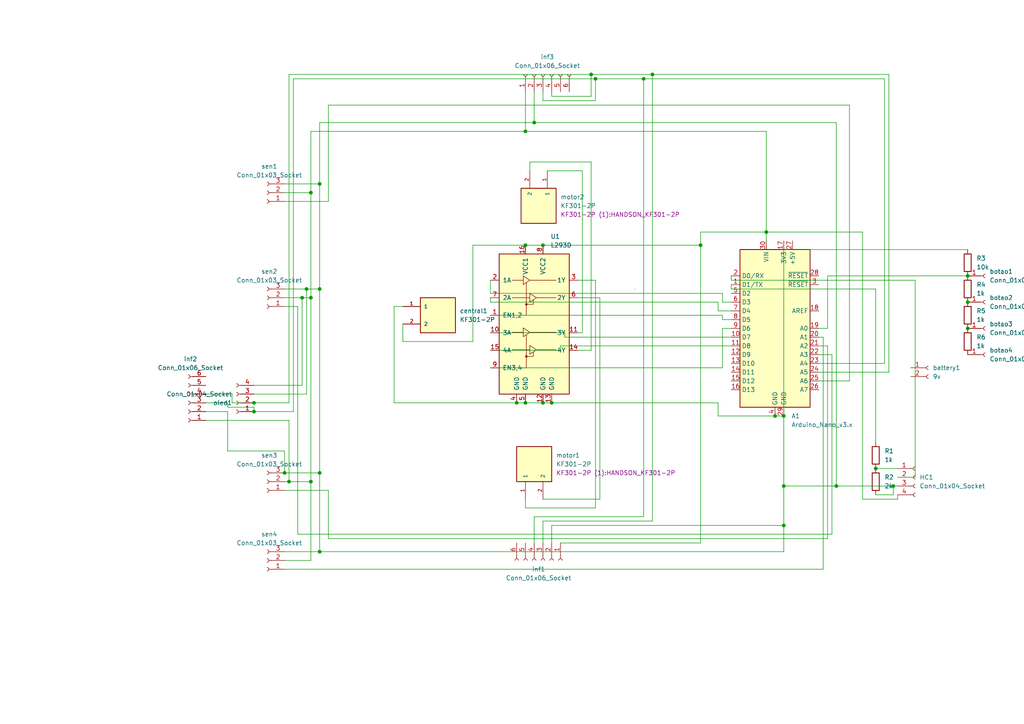
<source format=kicad_sch>
(kicad_sch
	(version 20231120)
	(generator "eeschema")
	(generator_version "8.0")
	(uuid "c91a6440-0e17-4214-a669-b3f9ec623d63")
	(paper "A4")
	(lib_symbols
		(symbol "Connector:Conn_01x01_Socket"
			(pin_names
				(offset 1.016) hide)
			(exclude_from_sim no)
			(in_bom yes)
			(on_board yes)
			(property "Reference" "J"
				(at 0 2.54 0)
				(effects
					(font
						(size 1.27 1.27)
					)
				)
			)
			(property "Value" "Conn_01x01_Socket"
				(at 0 -2.54 0)
				(effects
					(font
						(size 1.27 1.27)
					)
				)
			)
			(property "Footprint" ""
				(at 0 0 0)
				(effects
					(font
						(size 1.27 1.27)
					)
					(hide yes)
				)
			)
			(property "Datasheet" "~"
				(at 0 0 0)
				(effects
					(font
						(size 1.27 1.27)
					)
					(hide yes)
				)
			)
			(property "Description" "Generic connector, single row, 01x01, script generated"
				(at 0 0 0)
				(effects
					(font
						(size 1.27 1.27)
					)
					(hide yes)
				)
			)
			(property "ki_locked" ""
				(at 0 0 0)
				(effects
					(font
						(size 1.27 1.27)
					)
				)
			)
			(property "ki_keywords" "connector"
				(at 0 0 0)
				(effects
					(font
						(size 1.27 1.27)
					)
					(hide yes)
				)
			)
			(property "ki_fp_filters" "Connector*:*_1x??_*"
				(at 0 0 0)
				(effects
					(font
						(size 1.27 1.27)
					)
					(hide yes)
				)
			)
			(symbol "Conn_01x01_Socket_1_1"
				(polyline
					(pts
						(xy -1.27 0) (xy -0.508 0)
					)
					(stroke
						(width 0.1524)
						(type default)
					)
					(fill
						(type none)
					)
				)
				(arc
					(start 0 0.508)
					(mid -0.5058 0)
					(end 0 -0.508)
					(stroke
						(width 0.1524)
						(type default)
					)
					(fill
						(type none)
					)
				)
				(pin passive line
					(at -5.08 0 0)
					(length 3.81)
					(name "Pin_1"
						(effects
							(font
								(size 1.27 1.27)
							)
						)
					)
					(number "1"
						(effects
							(font
								(size 1.27 1.27)
							)
						)
					)
				)
			)
		)
		(symbol "Connector:Conn_01x02_Socket"
			(pin_names
				(offset 1.016) hide)
			(exclude_from_sim no)
			(in_bom yes)
			(on_board yes)
			(property "Reference" "J"
				(at 0 2.54 0)
				(effects
					(font
						(size 1.27 1.27)
					)
				)
			)
			(property "Value" "Conn_01x02_Socket"
				(at 0 -5.08 0)
				(effects
					(font
						(size 1.27 1.27)
					)
				)
			)
			(property "Footprint" ""
				(at 0 0 0)
				(effects
					(font
						(size 1.27 1.27)
					)
					(hide yes)
				)
			)
			(property "Datasheet" "~"
				(at 0 0 0)
				(effects
					(font
						(size 1.27 1.27)
					)
					(hide yes)
				)
			)
			(property "Description" "Generic connector, single row, 01x02, script generated"
				(at 0 0 0)
				(effects
					(font
						(size 1.27 1.27)
					)
					(hide yes)
				)
			)
			(property "ki_locked" ""
				(at 0 0 0)
				(effects
					(font
						(size 1.27 1.27)
					)
				)
			)
			(property "ki_keywords" "connector"
				(at 0 0 0)
				(effects
					(font
						(size 1.27 1.27)
					)
					(hide yes)
				)
			)
			(property "ki_fp_filters" "Connector*:*_1x??_*"
				(at 0 0 0)
				(effects
					(font
						(size 1.27 1.27)
					)
					(hide yes)
				)
			)
			(symbol "Conn_01x02_Socket_1_1"
				(arc
					(start 0 -2.032)
					(mid -0.5058 -2.54)
					(end 0 -3.048)
					(stroke
						(width 0.1524)
						(type default)
					)
					(fill
						(type none)
					)
				)
				(polyline
					(pts
						(xy -1.27 -2.54) (xy -0.508 -2.54)
					)
					(stroke
						(width 0.1524)
						(type default)
					)
					(fill
						(type none)
					)
				)
				(polyline
					(pts
						(xy -1.27 0) (xy -0.508 0)
					)
					(stroke
						(width 0.1524)
						(type default)
					)
					(fill
						(type none)
					)
				)
				(arc
					(start 0 0.508)
					(mid -0.5058 0)
					(end 0 -0.508)
					(stroke
						(width 0.1524)
						(type default)
					)
					(fill
						(type none)
					)
				)
				(pin passive line
					(at -5.08 0 0)
					(length 3.81)
					(name "Pin_1"
						(effects
							(font
								(size 1.27 1.27)
							)
						)
					)
					(number "1"
						(effects
							(font
								(size 1.27 1.27)
							)
						)
					)
				)
				(pin passive line
					(at -5.08 -2.54 0)
					(length 3.81)
					(name "Pin_2"
						(effects
							(font
								(size 1.27 1.27)
							)
						)
					)
					(number "2"
						(effects
							(font
								(size 1.27 1.27)
							)
						)
					)
				)
			)
		)
		(symbol "Connector:Conn_01x03_Socket"
			(pin_names
				(offset 1.016) hide)
			(exclude_from_sim no)
			(in_bom yes)
			(on_board yes)
			(property "Reference" "J"
				(at 0 5.08 0)
				(effects
					(font
						(size 1.27 1.27)
					)
				)
			)
			(property "Value" "Conn_01x03_Socket"
				(at 0 -5.08 0)
				(effects
					(font
						(size 1.27 1.27)
					)
				)
			)
			(property "Footprint" ""
				(at 0 0 0)
				(effects
					(font
						(size 1.27 1.27)
					)
					(hide yes)
				)
			)
			(property "Datasheet" "~"
				(at 0 0 0)
				(effects
					(font
						(size 1.27 1.27)
					)
					(hide yes)
				)
			)
			(property "Description" "Generic connector, single row, 01x03, script generated"
				(at 0 0 0)
				(effects
					(font
						(size 1.27 1.27)
					)
					(hide yes)
				)
			)
			(property "ki_locked" ""
				(at 0 0 0)
				(effects
					(font
						(size 1.27 1.27)
					)
				)
			)
			(property "ki_keywords" "connector"
				(at 0 0 0)
				(effects
					(font
						(size 1.27 1.27)
					)
					(hide yes)
				)
			)
			(property "ki_fp_filters" "Connector*:*_1x??_*"
				(at 0 0 0)
				(effects
					(font
						(size 1.27 1.27)
					)
					(hide yes)
				)
			)
			(symbol "Conn_01x03_Socket_1_1"
				(arc
					(start 0 -2.032)
					(mid -0.5058 -2.54)
					(end 0 -3.048)
					(stroke
						(width 0.1524)
						(type default)
					)
					(fill
						(type none)
					)
				)
				(polyline
					(pts
						(xy -1.27 -2.54) (xy -0.508 -2.54)
					)
					(stroke
						(width 0.1524)
						(type default)
					)
					(fill
						(type none)
					)
				)
				(polyline
					(pts
						(xy -1.27 0) (xy -0.508 0)
					)
					(stroke
						(width 0.1524)
						(type default)
					)
					(fill
						(type none)
					)
				)
				(polyline
					(pts
						(xy -1.27 2.54) (xy -0.508 2.54)
					)
					(stroke
						(width 0.1524)
						(type default)
					)
					(fill
						(type none)
					)
				)
				(arc
					(start 0 0.508)
					(mid -0.5058 0)
					(end 0 -0.508)
					(stroke
						(width 0.1524)
						(type default)
					)
					(fill
						(type none)
					)
				)
				(arc
					(start 0 3.048)
					(mid -0.5058 2.54)
					(end 0 2.032)
					(stroke
						(width 0.1524)
						(type default)
					)
					(fill
						(type none)
					)
				)
				(pin passive line
					(at -5.08 2.54 0)
					(length 3.81)
					(name "Pin_1"
						(effects
							(font
								(size 1.27 1.27)
							)
						)
					)
					(number "1"
						(effects
							(font
								(size 1.27 1.27)
							)
						)
					)
				)
				(pin passive line
					(at -5.08 0 0)
					(length 3.81)
					(name "Pin_2"
						(effects
							(font
								(size 1.27 1.27)
							)
						)
					)
					(number "2"
						(effects
							(font
								(size 1.27 1.27)
							)
						)
					)
				)
				(pin passive line
					(at -5.08 -2.54 0)
					(length 3.81)
					(name "Pin_3"
						(effects
							(font
								(size 1.27 1.27)
							)
						)
					)
					(number "3"
						(effects
							(font
								(size 1.27 1.27)
							)
						)
					)
				)
			)
		)
		(symbol "Connector:Conn_01x04_Socket"
			(pin_names
				(offset 1.016) hide)
			(exclude_from_sim no)
			(in_bom yes)
			(on_board yes)
			(property "Reference" "J"
				(at 0 5.08 0)
				(effects
					(font
						(size 1.27 1.27)
					)
				)
			)
			(property "Value" "Conn_01x04_Socket"
				(at 0 -7.62 0)
				(effects
					(font
						(size 1.27 1.27)
					)
				)
			)
			(property "Footprint" ""
				(at 0 0 0)
				(effects
					(font
						(size 1.27 1.27)
					)
					(hide yes)
				)
			)
			(property "Datasheet" "~"
				(at 0 0 0)
				(effects
					(font
						(size 1.27 1.27)
					)
					(hide yes)
				)
			)
			(property "Description" "Generic connector, single row, 01x04, script generated"
				(at 0 0 0)
				(effects
					(font
						(size 1.27 1.27)
					)
					(hide yes)
				)
			)
			(property "ki_locked" ""
				(at 0 0 0)
				(effects
					(font
						(size 1.27 1.27)
					)
				)
			)
			(property "ki_keywords" "connector"
				(at 0 0 0)
				(effects
					(font
						(size 1.27 1.27)
					)
					(hide yes)
				)
			)
			(property "ki_fp_filters" "Connector*:*_1x??_*"
				(at 0 0 0)
				(effects
					(font
						(size 1.27 1.27)
					)
					(hide yes)
				)
			)
			(symbol "Conn_01x04_Socket_1_1"
				(arc
					(start 0 -4.572)
					(mid -0.5058 -5.08)
					(end 0 -5.588)
					(stroke
						(width 0.1524)
						(type default)
					)
					(fill
						(type none)
					)
				)
				(arc
					(start 0 -2.032)
					(mid -0.5058 -2.54)
					(end 0 -3.048)
					(stroke
						(width 0.1524)
						(type default)
					)
					(fill
						(type none)
					)
				)
				(polyline
					(pts
						(xy -1.27 -5.08) (xy -0.508 -5.08)
					)
					(stroke
						(width 0.1524)
						(type default)
					)
					(fill
						(type none)
					)
				)
				(polyline
					(pts
						(xy -1.27 -2.54) (xy -0.508 -2.54)
					)
					(stroke
						(width 0.1524)
						(type default)
					)
					(fill
						(type none)
					)
				)
				(polyline
					(pts
						(xy -1.27 0) (xy -0.508 0)
					)
					(stroke
						(width 0.1524)
						(type default)
					)
					(fill
						(type none)
					)
				)
				(polyline
					(pts
						(xy -1.27 2.54) (xy -0.508 2.54)
					)
					(stroke
						(width 0.1524)
						(type default)
					)
					(fill
						(type none)
					)
				)
				(arc
					(start 0 0.508)
					(mid -0.5058 0)
					(end 0 -0.508)
					(stroke
						(width 0.1524)
						(type default)
					)
					(fill
						(type none)
					)
				)
				(arc
					(start 0 3.048)
					(mid -0.5058 2.54)
					(end 0 2.032)
					(stroke
						(width 0.1524)
						(type default)
					)
					(fill
						(type none)
					)
				)
				(pin passive line
					(at -5.08 2.54 0)
					(length 3.81)
					(name "Pin_1"
						(effects
							(font
								(size 1.27 1.27)
							)
						)
					)
					(number "1"
						(effects
							(font
								(size 1.27 1.27)
							)
						)
					)
				)
				(pin passive line
					(at -5.08 0 0)
					(length 3.81)
					(name "Pin_2"
						(effects
							(font
								(size 1.27 1.27)
							)
						)
					)
					(number "2"
						(effects
							(font
								(size 1.27 1.27)
							)
						)
					)
				)
				(pin passive line
					(at -5.08 -2.54 0)
					(length 3.81)
					(name "Pin_3"
						(effects
							(font
								(size 1.27 1.27)
							)
						)
					)
					(number "3"
						(effects
							(font
								(size 1.27 1.27)
							)
						)
					)
				)
				(pin passive line
					(at -5.08 -5.08 0)
					(length 3.81)
					(name "Pin_4"
						(effects
							(font
								(size 1.27 1.27)
							)
						)
					)
					(number "4"
						(effects
							(font
								(size 1.27 1.27)
							)
						)
					)
				)
			)
		)
		(symbol "Connector:Conn_01x06_Socket"
			(pin_names
				(offset 1.016) hide)
			(exclude_from_sim no)
			(in_bom yes)
			(on_board yes)
			(property "Reference" "J"
				(at 0 7.62 0)
				(effects
					(font
						(size 1.27 1.27)
					)
				)
			)
			(property "Value" "Conn_01x06_Socket"
				(at 0 -10.16 0)
				(effects
					(font
						(size 1.27 1.27)
					)
				)
			)
			(property "Footprint" ""
				(at 0 0 0)
				(effects
					(font
						(size 1.27 1.27)
					)
					(hide yes)
				)
			)
			(property "Datasheet" "~"
				(at 0 0 0)
				(effects
					(font
						(size 1.27 1.27)
					)
					(hide yes)
				)
			)
			(property "Description" "Generic connector, single row, 01x06, script generated"
				(at 0 0 0)
				(effects
					(font
						(size 1.27 1.27)
					)
					(hide yes)
				)
			)
			(property "ki_locked" ""
				(at 0 0 0)
				(effects
					(font
						(size 1.27 1.27)
					)
				)
			)
			(property "ki_keywords" "connector"
				(at 0 0 0)
				(effects
					(font
						(size 1.27 1.27)
					)
					(hide yes)
				)
			)
			(property "ki_fp_filters" "Connector*:*_1x??_*"
				(at 0 0 0)
				(effects
					(font
						(size 1.27 1.27)
					)
					(hide yes)
				)
			)
			(symbol "Conn_01x06_Socket_1_1"
				(arc
					(start 0 -7.112)
					(mid -0.5058 -7.62)
					(end 0 -8.128)
					(stroke
						(width 0.1524)
						(type default)
					)
					(fill
						(type none)
					)
				)
				(arc
					(start 0 -4.572)
					(mid -0.5058 -5.08)
					(end 0 -5.588)
					(stroke
						(width 0.1524)
						(type default)
					)
					(fill
						(type none)
					)
				)
				(arc
					(start 0 -2.032)
					(mid -0.5058 -2.54)
					(end 0 -3.048)
					(stroke
						(width 0.1524)
						(type default)
					)
					(fill
						(type none)
					)
				)
				(polyline
					(pts
						(xy -1.27 -7.62) (xy -0.508 -7.62)
					)
					(stroke
						(width 0.1524)
						(type default)
					)
					(fill
						(type none)
					)
				)
				(polyline
					(pts
						(xy -1.27 -5.08) (xy -0.508 -5.08)
					)
					(stroke
						(width 0.1524)
						(type default)
					)
					(fill
						(type none)
					)
				)
				(polyline
					(pts
						(xy -1.27 -2.54) (xy -0.508 -2.54)
					)
					(stroke
						(width 0.1524)
						(type default)
					)
					(fill
						(type none)
					)
				)
				(polyline
					(pts
						(xy -1.27 0) (xy -0.508 0)
					)
					(stroke
						(width 0.1524)
						(type default)
					)
					(fill
						(type none)
					)
				)
				(polyline
					(pts
						(xy -1.27 2.54) (xy -0.508 2.54)
					)
					(stroke
						(width 0.1524)
						(type default)
					)
					(fill
						(type none)
					)
				)
				(polyline
					(pts
						(xy -1.27 5.08) (xy -0.508 5.08)
					)
					(stroke
						(width 0.1524)
						(type default)
					)
					(fill
						(type none)
					)
				)
				(arc
					(start 0 0.508)
					(mid -0.5058 0)
					(end 0 -0.508)
					(stroke
						(width 0.1524)
						(type default)
					)
					(fill
						(type none)
					)
				)
				(arc
					(start 0 3.048)
					(mid -0.5058 2.54)
					(end 0 2.032)
					(stroke
						(width 0.1524)
						(type default)
					)
					(fill
						(type none)
					)
				)
				(arc
					(start 0 5.588)
					(mid -0.5058 5.08)
					(end 0 4.572)
					(stroke
						(width 0.1524)
						(type default)
					)
					(fill
						(type none)
					)
				)
				(pin passive line
					(at -5.08 5.08 0)
					(length 3.81)
					(name "Pin_1"
						(effects
							(font
								(size 1.27 1.27)
							)
						)
					)
					(number "1"
						(effects
							(font
								(size 1.27 1.27)
							)
						)
					)
				)
				(pin passive line
					(at -5.08 2.54 0)
					(length 3.81)
					(name "Pin_2"
						(effects
							(font
								(size 1.27 1.27)
							)
						)
					)
					(number "2"
						(effects
							(font
								(size 1.27 1.27)
							)
						)
					)
				)
				(pin passive line
					(at -5.08 0 0)
					(length 3.81)
					(name "Pin_3"
						(effects
							(font
								(size 1.27 1.27)
							)
						)
					)
					(number "3"
						(effects
							(font
								(size 1.27 1.27)
							)
						)
					)
				)
				(pin passive line
					(at -5.08 -2.54 0)
					(length 3.81)
					(name "Pin_4"
						(effects
							(font
								(size 1.27 1.27)
							)
						)
					)
					(number "4"
						(effects
							(font
								(size 1.27 1.27)
							)
						)
					)
				)
				(pin passive line
					(at -5.08 -5.08 0)
					(length 3.81)
					(name "Pin_5"
						(effects
							(font
								(size 1.27 1.27)
							)
						)
					)
					(number "5"
						(effects
							(font
								(size 1.27 1.27)
							)
						)
					)
				)
				(pin passive line
					(at -5.08 -7.62 0)
					(length 3.81)
					(name "Pin_6"
						(effects
							(font
								(size 1.27 1.27)
							)
						)
					)
					(number "6"
						(effects
							(font
								(size 1.27 1.27)
							)
						)
					)
				)
			)
		)
		(symbol "Device:R"
			(pin_numbers hide)
			(pin_names
				(offset 0)
			)
			(exclude_from_sim no)
			(in_bom yes)
			(on_board yes)
			(property "Reference" "R"
				(at 2.032 0 90)
				(effects
					(font
						(size 1.27 1.27)
					)
				)
			)
			(property "Value" "R"
				(at 0 0 90)
				(effects
					(font
						(size 1.27 1.27)
					)
				)
			)
			(property "Footprint" ""
				(at -1.778 0 90)
				(effects
					(font
						(size 1.27 1.27)
					)
					(hide yes)
				)
			)
			(property "Datasheet" "~"
				(at 0 0 0)
				(effects
					(font
						(size 1.27 1.27)
					)
					(hide yes)
				)
			)
			(property "Description" "Resistor"
				(at 0 0 0)
				(effects
					(font
						(size 1.27 1.27)
					)
					(hide yes)
				)
			)
			(property "ki_keywords" "R res resistor"
				(at 0 0 0)
				(effects
					(font
						(size 1.27 1.27)
					)
					(hide yes)
				)
			)
			(property "ki_fp_filters" "R_*"
				(at 0 0 0)
				(effects
					(font
						(size 1.27 1.27)
					)
					(hide yes)
				)
			)
			(symbol "R_0_1"
				(rectangle
					(start -1.016 -2.54)
					(end 1.016 2.54)
					(stroke
						(width 0.254)
						(type default)
					)
					(fill
						(type none)
					)
				)
			)
			(symbol "R_1_1"
				(pin passive line
					(at 0 3.81 270)
					(length 1.27)
					(name "~"
						(effects
							(font
								(size 1.27 1.27)
							)
						)
					)
					(number "1"
						(effects
							(font
								(size 1.27 1.27)
							)
						)
					)
				)
				(pin passive line
					(at 0 -3.81 90)
					(length 1.27)
					(name "~"
						(effects
							(font
								(size 1.27 1.27)
							)
						)
					)
					(number "2"
						(effects
							(font
								(size 1.27 1.27)
							)
						)
					)
				)
			)
		)
		(symbol "Driver_Motor:L293D"
			(pin_names
				(offset 1.016)
			)
			(exclude_from_sim no)
			(in_bom yes)
			(on_board yes)
			(property "Reference" "U"
				(at -5.08 26.035 0)
				(effects
					(font
						(size 1.27 1.27)
					)
					(justify right)
				)
			)
			(property "Value" "L293D"
				(at -5.08 24.13 0)
				(effects
					(font
						(size 1.27 1.27)
					)
					(justify right)
				)
			)
			(property "Footprint" "Package_DIP:DIP-16_W7.62mm"
				(at 6.35 -19.05 0)
				(effects
					(font
						(size 1.27 1.27)
					)
					(justify left)
					(hide yes)
				)
			)
			(property "Datasheet" "http://www.ti.com/lit/ds/symlink/l293.pdf"
				(at -7.62 17.78 0)
				(effects
					(font
						(size 1.27 1.27)
					)
					(hide yes)
				)
			)
			(property "Description" "Quadruple Half-H Drivers"
				(at 0 0 0)
				(effects
					(font
						(size 1.27 1.27)
					)
					(hide yes)
				)
			)
			(property "ki_keywords" "Half-H Driver Motor"
				(at 0 0 0)
				(effects
					(font
						(size 1.27 1.27)
					)
					(hide yes)
				)
			)
			(property "ki_fp_filters" "DIP*W7.62mm*"
				(at 0 0 0)
				(effects
					(font
						(size 1.27 1.27)
					)
					(hide yes)
				)
			)
			(symbol "L293D_0_1"
				(rectangle
					(start -10.16 22.86)
					(end 10.16 -17.78)
					(stroke
						(width 0.254)
						(type default)
					)
					(fill
						(type background)
					)
				)
				(circle
					(center -2.286 -6.858)
					(radius 0.254)
					(stroke
						(width 0)
						(type default)
					)
					(fill
						(type outline)
					)
				)
				(circle
					(center -2.286 8.255)
					(radius 0.254)
					(stroke
						(width 0)
						(type default)
					)
					(fill
						(type outline)
					)
				)
				(polyline
					(pts
						(xy -6.35 -4.953) (xy -1.27 -4.953)
					)
					(stroke
						(width 0)
						(type default)
					)
					(fill
						(type none)
					)
				)
				(polyline
					(pts
						(xy -6.35 0.127) (xy -3.175 0.127)
					)
					(stroke
						(width 0)
						(type default)
					)
					(fill
						(type none)
					)
				)
				(polyline
					(pts
						(xy -6.35 10.16) (xy -1.27 10.16)
					)
					(stroke
						(width 0)
						(type default)
					)
					(fill
						(type none)
					)
				)
				(polyline
					(pts
						(xy -6.35 15.24) (xy -3.175 15.24)
					)
					(stroke
						(width 0)
						(type default)
					)
					(fill
						(type none)
					)
				)
				(polyline
					(pts
						(xy -1.27 0.127) (xy 6.35 0.127)
					)
					(stroke
						(width 0)
						(type default)
					)
					(fill
						(type none)
					)
				)
				(polyline
					(pts
						(xy -1.27 15.24) (xy 6.35 15.24)
					)
					(stroke
						(width 0)
						(type default)
					)
					(fill
						(type none)
					)
				)
				(polyline
					(pts
						(xy 0.635 -4.953) (xy 6.35 -4.953)
					)
					(stroke
						(width 0)
						(type default)
					)
					(fill
						(type none)
					)
				)
				(polyline
					(pts
						(xy 0.635 10.16) (xy 6.35 10.16)
					)
					(stroke
						(width 0)
						(type default)
					)
					(fill
						(type none)
					)
				)
				(polyline
					(pts
						(xy -2.286 -6.858) (xy -0.254 -6.858) (xy -0.254 -5.588)
					)
					(stroke
						(width 0)
						(type default)
					)
					(fill
						(type none)
					)
				)
				(polyline
					(pts
						(xy -2.286 -0.635) (xy -2.286 -10.16) (xy -3.556 -10.16)
					)
					(stroke
						(width 0)
						(type default)
					)
					(fill
						(type none)
					)
				)
				(polyline
					(pts
						(xy -2.286 8.255) (xy -0.254 8.255) (xy -0.254 9.525)
					)
					(stroke
						(width 0)
						(type default)
					)
					(fill
						(type none)
					)
				)
				(polyline
					(pts
						(xy -2.286 14.478) (xy -2.286 5.08) (xy -3.556 5.08)
					)
					(stroke
						(width 0)
						(type default)
					)
					(fill
						(type none)
					)
				)
				(polyline
					(pts
						(xy -3.175 1.397) (xy -3.175 -1.143) (xy -1.27 0.127) (xy -3.175 1.397)
					)
					(stroke
						(width 0)
						(type default)
					)
					(fill
						(type none)
					)
				)
				(polyline
					(pts
						(xy -3.175 16.51) (xy -3.175 13.97) (xy -1.27 15.24) (xy -3.175 16.51)
					)
					(stroke
						(width 0)
						(type default)
					)
					(fill
						(type none)
					)
				)
				(polyline
					(pts
						(xy -1.27 -3.683) (xy -1.27 -6.223) (xy 0.635 -4.953) (xy -1.27 -3.683)
					)
					(stroke
						(width 0)
						(type default)
					)
					(fill
						(type none)
					)
				)
				(polyline
					(pts
						(xy -1.27 11.43) (xy -1.27 8.89) (xy 0.635 10.16) (xy -1.27 11.43)
					)
					(stroke
						(width 0)
						(type default)
					)
					(fill
						(type none)
					)
				)
			)
			(symbol "L293D_1_1"
				(pin input line
					(at -12.7 5.08 0)
					(length 2.54)
					(name "EN1,2"
						(effects
							(font
								(size 1.27 1.27)
							)
						)
					)
					(number "1"
						(effects
							(font
								(size 1.27 1.27)
							)
						)
					)
				)
				(pin input line
					(at -12.7 0 0)
					(length 2.54)
					(name "3A"
						(effects
							(font
								(size 1.27 1.27)
							)
						)
					)
					(number "10"
						(effects
							(font
								(size 1.27 1.27)
							)
						)
					)
				)
				(pin output line
					(at 12.7 0 180)
					(length 2.54)
					(name "3Y"
						(effects
							(font
								(size 1.27 1.27)
							)
						)
					)
					(number "11"
						(effects
							(font
								(size 1.27 1.27)
							)
						)
					)
				)
				(pin power_in line
					(at 2.54 -20.32 90)
					(length 2.54)
					(name "GND"
						(effects
							(font
								(size 1.27 1.27)
							)
						)
					)
					(number "12"
						(effects
							(font
								(size 1.27 1.27)
							)
						)
					)
				)
				(pin power_in line
					(at 5.08 -20.32 90)
					(length 2.54)
					(name "GND"
						(effects
							(font
								(size 1.27 1.27)
							)
						)
					)
					(number "13"
						(effects
							(font
								(size 1.27 1.27)
							)
						)
					)
				)
				(pin output line
					(at 12.7 -5.08 180)
					(length 2.54)
					(name "4Y"
						(effects
							(font
								(size 1.27 1.27)
							)
						)
					)
					(number "14"
						(effects
							(font
								(size 1.27 1.27)
							)
						)
					)
				)
				(pin input line
					(at -12.7 -5.08 0)
					(length 2.54)
					(name "4A"
						(effects
							(font
								(size 1.27 1.27)
							)
						)
					)
					(number "15"
						(effects
							(font
								(size 1.27 1.27)
							)
						)
					)
				)
				(pin power_in line
					(at -2.54 25.4 270)
					(length 2.54)
					(name "VCC1"
						(effects
							(font
								(size 1.27 1.27)
							)
						)
					)
					(number "16"
						(effects
							(font
								(size 1.27 1.27)
							)
						)
					)
				)
				(pin input line
					(at -12.7 15.24 0)
					(length 2.54)
					(name "1A"
						(effects
							(font
								(size 1.27 1.27)
							)
						)
					)
					(number "2"
						(effects
							(font
								(size 1.27 1.27)
							)
						)
					)
				)
				(pin output line
					(at 12.7 15.24 180)
					(length 2.54)
					(name "1Y"
						(effects
							(font
								(size 1.27 1.27)
							)
						)
					)
					(number "3"
						(effects
							(font
								(size 1.27 1.27)
							)
						)
					)
				)
				(pin power_in line
					(at -5.08 -20.32 90)
					(length 2.54)
					(name "GND"
						(effects
							(font
								(size 1.27 1.27)
							)
						)
					)
					(number "4"
						(effects
							(font
								(size 1.27 1.27)
							)
						)
					)
				)
				(pin power_in line
					(at -2.54 -20.32 90)
					(length 2.54)
					(name "GND"
						(effects
							(font
								(size 1.27 1.27)
							)
						)
					)
					(number "5"
						(effects
							(font
								(size 1.27 1.27)
							)
						)
					)
				)
				(pin output line
					(at 12.7 10.16 180)
					(length 2.54)
					(name "2Y"
						(effects
							(font
								(size 1.27 1.27)
							)
						)
					)
					(number "6"
						(effects
							(font
								(size 1.27 1.27)
							)
						)
					)
				)
				(pin input line
					(at -12.7 10.16 0)
					(length 2.54)
					(name "2A"
						(effects
							(font
								(size 1.27 1.27)
							)
						)
					)
					(number "7"
						(effects
							(font
								(size 1.27 1.27)
							)
						)
					)
				)
				(pin power_in line
					(at 2.54 25.4 270)
					(length 2.54)
					(name "VCC2"
						(effects
							(font
								(size 1.27 1.27)
							)
						)
					)
					(number "8"
						(effects
							(font
								(size 1.27 1.27)
							)
						)
					)
				)
				(pin input line
					(at -12.7 -10.16 0)
					(length 2.54)
					(name "EN3,4"
						(effects
							(font
								(size 1.27 1.27)
							)
						)
					)
					(number "9"
						(effects
							(font
								(size 1.27 1.27)
							)
						)
					)
				)
			)
		)
		(symbol "KF301-2P:KF301-2P"
			(pin_names
				(offset 1.016)
			)
			(exclude_from_sim no)
			(in_bom yes)
			(on_board yes)
			(property "Reference" "J"
				(at -5.08 5.842 0)
				(effects
					(font
						(size 1.27 1.27)
					)
					(justify left bottom)
				)
			)
			(property "Value" "KF301-2P"
				(at -5.08 -7.62 0)
				(effects
					(font
						(size 1.27 1.27)
					)
					(justify left bottom)
				)
			)
			(property "Footprint" "KF301-2P:HANDSON_KF301-2P"
				(at 0 0 0)
				(effects
					(font
						(size 1.27 1.27)
					)
					(justify bottom)
					(hide yes)
				)
			)
			(property "Datasheet" ""
				(at 0 0 0)
				(effects
					(font
						(size 1.27 1.27)
					)
					(hide yes)
				)
			)
			(property "Description" ""
				(at 0 0 0)
				(effects
					(font
						(size 1.27 1.27)
					)
					(hide yes)
				)
			)
			(property "MF" "Handson Technology"
				(at 0 0 0)
				(effects
					(font
						(size 1.27 1.27)
					)
					(justify bottom)
					(hide yes)
				)
			)
			(property "MAXIMUM_PACKAGE_HEIGHT" "10mm"
				(at 0 0 0)
				(effects
					(font
						(size 1.27 1.27)
					)
					(justify bottom)
					(hide yes)
				)
			)
			(property "Package" "None"
				(at 0 0 0)
				(effects
					(font
						(size 1.27 1.27)
					)
					(justify bottom)
					(hide yes)
				)
			)
			(property "Price" "None"
				(at 0 0 0)
				(effects
					(font
						(size 1.27 1.27)
					)
					(justify bottom)
					(hide yes)
				)
			)
			(property "Check_prices" "https://www.snapeda.com/parts/KF301-2P/Handson+Technology/view-part/?ref=eda"
				(at 0 0 0)
				(effects
					(font
						(size 1.27 1.27)
					)
					(justify bottom)
					(hide yes)
				)
			)
			(property "STANDARD" "Manufacturer Recommendations"
				(at 0 0 0)
				(effects
					(font
						(size 1.27 1.27)
					)
					(justify bottom)
					(hide yes)
				)
			)
			(property "PARTREV" "NA"
				(at 0 0 0)
				(effects
					(font
						(size 1.27 1.27)
					)
					(justify bottom)
					(hide yes)
				)
			)
			(property "SnapEDA_Link" "https://www.snapeda.com/parts/KF301-2P/Handson+Technology/view-part/?ref=snap"
				(at 0 0 0)
				(effects
					(font
						(size 1.27 1.27)
					)
					(justify bottom)
					(hide yes)
				)
			)
			(property "MP" "KF301-2P"
				(at 0 0 0)
				(effects
					(font
						(size 1.27 1.27)
					)
					(justify bottom)
					(hide yes)
				)
			)
			(property "Description_1" "\n                        \n                            2 Pin Terminal Block 5mm Pitch\n                        \n"
				(at 0 0 0)
				(effects
					(font
						(size 1.27 1.27)
					)
					(justify bottom)
					(hide yes)
				)
			)
			(property "Availability" "Not in stock"
				(at 0 0 0)
				(effects
					(font
						(size 1.27 1.27)
					)
					(justify bottom)
					(hide yes)
				)
			)
			(property "MANUFACTURER" "Handson Technology"
				(at 0 0 0)
				(effects
					(font
						(size 1.27 1.27)
					)
					(justify bottom)
					(hide yes)
				)
			)
			(symbol "KF301-2P_0_0"
				(rectangle
					(start -5.08 -5.08)
					(end 5.08 5.08)
					(stroke
						(width 0.254)
						(type default)
					)
					(fill
						(type background)
					)
				)
				(pin passive line
					(at -10.16 2.54 0)
					(length 5.08)
					(name "1"
						(effects
							(font
								(size 1.016 1.016)
							)
						)
					)
					(number "1"
						(effects
							(font
								(size 1.016 1.016)
							)
						)
					)
				)
				(pin passive line
					(at -10.16 -2.54 0)
					(length 5.08)
					(name "2"
						(effects
							(font
								(size 1.016 1.016)
							)
						)
					)
					(number "2"
						(effects
							(font
								(size 1.016 1.016)
							)
						)
					)
				)
			)
		)
		(symbol "MCU_Module:Arduino_Nano_v3.x"
			(exclude_from_sim no)
			(in_bom yes)
			(on_board yes)
			(property "Reference" "A"
				(at -10.16 23.495 0)
				(effects
					(font
						(size 1.27 1.27)
					)
					(justify left bottom)
				)
			)
			(property "Value" "Arduino_Nano_v3.x"
				(at 5.08 -24.13 0)
				(effects
					(font
						(size 1.27 1.27)
					)
					(justify left top)
				)
			)
			(property "Footprint" "Module:Arduino_Nano"
				(at 0 0 0)
				(effects
					(font
						(size 1.27 1.27)
						(italic yes)
					)
					(hide yes)
				)
			)
			(property "Datasheet" "http://www.mouser.com/pdfdocs/Gravitech_Arduino_Nano3_0.pdf"
				(at 0 0 0)
				(effects
					(font
						(size 1.27 1.27)
					)
					(hide yes)
				)
			)
			(property "Description" "Arduino Nano v3.x"
				(at 0 0 0)
				(effects
					(font
						(size 1.27 1.27)
					)
					(hide yes)
				)
			)
			(property "ki_keywords" "Arduino nano microcontroller module USB"
				(at 0 0 0)
				(effects
					(font
						(size 1.27 1.27)
					)
					(hide yes)
				)
			)
			(property "ki_fp_filters" "Arduino*Nano*"
				(at 0 0 0)
				(effects
					(font
						(size 1.27 1.27)
					)
					(hide yes)
				)
			)
			(symbol "Arduino_Nano_v3.x_0_1"
				(rectangle
					(start -10.16 22.86)
					(end 10.16 -22.86)
					(stroke
						(width 0.254)
						(type default)
					)
					(fill
						(type background)
					)
				)
			)
			(symbol "Arduino_Nano_v3.x_1_1"
				(pin bidirectional line
					(at -12.7 12.7 0)
					(length 2.54)
					(name "D1/TX"
						(effects
							(font
								(size 1.27 1.27)
							)
						)
					)
					(number "1"
						(effects
							(font
								(size 1.27 1.27)
							)
						)
					)
				)
				(pin bidirectional line
					(at -12.7 -2.54 0)
					(length 2.54)
					(name "D7"
						(effects
							(font
								(size 1.27 1.27)
							)
						)
					)
					(number "10"
						(effects
							(font
								(size 1.27 1.27)
							)
						)
					)
				)
				(pin bidirectional line
					(at -12.7 -5.08 0)
					(length 2.54)
					(name "D8"
						(effects
							(font
								(size 1.27 1.27)
							)
						)
					)
					(number "11"
						(effects
							(font
								(size 1.27 1.27)
							)
						)
					)
				)
				(pin bidirectional line
					(at -12.7 -7.62 0)
					(length 2.54)
					(name "D9"
						(effects
							(font
								(size 1.27 1.27)
							)
						)
					)
					(number "12"
						(effects
							(font
								(size 1.27 1.27)
							)
						)
					)
				)
				(pin bidirectional line
					(at -12.7 -10.16 0)
					(length 2.54)
					(name "D10"
						(effects
							(font
								(size 1.27 1.27)
							)
						)
					)
					(number "13"
						(effects
							(font
								(size 1.27 1.27)
							)
						)
					)
				)
				(pin bidirectional line
					(at -12.7 -12.7 0)
					(length 2.54)
					(name "D11"
						(effects
							(font
								(size 1.27 1.27)
							)
						)
					)
					(number "14"
						(effects
							(font
								(size 1.27 1.27)
							)
						)
					)
				)
				(pin bidirectional line
					(at -12.7 -15.24 0)
					(length 2.54)
					(name "D12"
						(effects
							(font
								(size 1.27 1.27)
							)
						)
					)
					(number "15"
						(effects
							(font
								(size 1.27 1.27)
							)
						)
					)
				)
				(pin bidirectional line
					(at -12.7 -17.78 0)
					(length 2.54)
					(name "D13"
						(effects
							(font
								(size 1.27 1.27)
							)
						)
					)
					(number "16"
						(effects
							(font
								(size 1.27 1.27)
							)
						)
					)
				)
				(pin power_out line
					(at 2.54 25.4 270)
					(length 2.54)
					(name "3V3"
						(effects
							(font
								(size 1.27 1.27)
							)
						)
					)
					(number "17"
						(effects
							(font
								(size 1.27 1.27)
							)
						)
					)
				)
				(pin input line
					(at 12.7 5.08 180)
					(length 2.54)
					(name "AREF"
						(effects
							(font
								(size 1.27 1.27)
							)
						)
					)
					(number "18"
						(effects
							(font
								(size 1.27 1.27)
							)
						)
					)
				)
				(pin bidirectional line
					(at 12.7 0 180)
					(length 2.54)
					(name "A0"
						(effects
							(font
								(size 1.27 1.27)
							)
						)
					)
					(number "19"
						(effects
							(font
								(size 1.27 1.27)
							)
						)
					)
				)
				(pin bidirectional line
					(at -12.7 15.24 0)
					(length 2.54)
					(name "D0/RX"
						(effects
							(font
								(size 1.27 1.27)
							)
						)
					)
					(number "2"
						(effects
							(font
								(size 1.27 1.27)
							)
						)
					)
				)
				(pin bidirectional line
					(at 12.7 -2.54 180)
					(length 2.54)
					(name "A1"
						(effects
							(font
								(size 1.27 1.27)
							)
						)
					)
					(number "20"
						(effects
							(font
								(size 1.27 1.27)
							)
						)
					)
				)
				(pin bidirectional line
					(at 12.7 -5.08 180)
					(length 2.54)
					(name "A2"
						(effects
							(font
								(size 1.27 1.27)
							)
						)
					)
					(number "21"
						(effects
							(font
								(size 1.27 1.27)
							)
						)
					)
				)
				(pin bidirectional line
					(at 12.7 -7.62 180)
					(length 2.54)
					(name "A3"
						(effects
							(font
								(size 1.27 1.27)
							)
						)
					)
					(number "22"
						(effects
							(font
								(size 1.27 1.27)
							)
						)
					)
				)
				(pin bidirectional line
					(at 12.7 -10.16 180)
					(length 2.54)
					(name "A4"
						(effects
							(font
								(size 1.27 1.27)
							)
						)
					)
					(number "23"
						(effects
							(font
								(size 1.27 1.27)
							)
						)
					)
				)
				(pin bidirectional line
					(at 12.7 -12.7 180)
					(length 2.54)
					(name "A5"
						(effects
							(font
								(size 1.27 1.27)
							)
						)
					)
					(number "24"
						(effects
							(font
								(size 1.27 1.27)
							)
						)
					)
				)
				(pin bidirectional line
					(at 12.7 -15.24 180)
					(length 2.54)
					(name "A6"
						(effects
							(font
								(size 1.27 1.27)
							)
						)
					)
					(number "25"
						(effects
							(font
								(size 1.27 1.27)
							)
						)
					)
				)
				(pin bidirectional line
					(at 12.7 -17.78 180)
					(length 2.54)
					(name "A7"
						(effects
							(font
								(size 1.27 1.27)
							)
						)
					)
					(number "26"
						(effects
							(font
								(size 1.27 1.27)
							)
						)
					)
				)
				(pin power_out line
					(at 5.08 25.4 270)
					(length 2.54)
					(name "+5V"
						(effects
							(font
								(size 1.27 1.27)
							)
						)
					)
					(number "27"
						(effects
							(font
								(size 1.27 1.27)
							)
						)
					)
				)
				(pin input line
					(at 12.7 15.24 180)
					(length 2.54)
					(name "~{RESET}"
						(effects
							(font
								(size 1.27 1.27)
							)
						)
					)
					(number "28"
						(effects
							(font
								(size 1.27 1.27)
							)
						)
					)
				)
				(pin power_in line
					(at 2.54 -25.4 90)
					(length 2.54)
					(name "GND"
						(effects
							(font
								(size 1.27 1.27)
							)
						)
					)
					(number "29"
						(effects
							(font
								(size 1.27 1.27)
							)
						)
					)
				)
				(pin input line
					(at 12.7 12.7 180)
					(length 2.54)
					(name "~{RESET}"
						(effects
							(font
								(size 1.27 1.27)
							)
						)
					)
					(number "3"
						(effects
							(font
								(size 1.27 1.27)
							)
						)
					)
				)
				(pin power_in line
					(at -2.54 25.4 270)
					(length 2.54)
					(name "VIN"
						(effects
							(font
								(size 1.27 1.27)
							)
						)
					)
					(number "30"
						(effects
							(font
								(size 1.27 1.27)
							)
						)
					)
				)
				(pin power_in line
					(at 0 -25.4 90)
					(length 2.54)
					(name "GND"
						(effects
							(font
								(size 1.27 1.27)
							)
						)
					)
					(number "4"
						(effects
							(font
								(size 1.27 1.27)
							)
						)
					)
				)
				(pin bidirectional line
					(at -12.7 10.16 0)
					(length 2.54)
					(name "D2"
						(effects
							(font
								(size 1.27 1.27)
							)
						)
					)
					(number "5"
						(effects
							(font
								(size 1.27 1.27)
							)
						)
					)
				)
				(pin bidirectional line
					(at -12.7 7.62 0)
					(length 2.54)
					(name "D3"
						(effects
							(font
								(size 1.27 1.27)
							)
						)
					)
					(number "6"
						(effects
							(font
								(size 1.27 1.27)
							)
						)
					)
				)
				(pin bidirectional line
					(at -12.7 5.08 0)
					(length 2.54)
					(name "D4"
						(effects
							(font
								(size 1.27 1.27)
							)
						)
					)
					(number "7"
						(effects
							(font
								(size 1.27 1.27)
							)
						)
					)
				)
				(pin bidirectional line
					(at -12.7 2.54 0)
					(length 2.54)
					(name "D5"
						(effects
							(font
								(size 1.27 1.27)
							)
						)
					)
					(number "8"
						(effects
							(font
								(size 1.27 1.27)
							)
						)
					)
				)
				(pin bidirectional line
					(at -12.7 0 0)
					(length 2.54)
					(name "D6"
						(effects
							(font
								(size 1.27 1.27)
							)
						)
					)
					(number "9"
						(effects
							(font
								(size 1.27 1.27)
							)
						)
					)
				)
			)
		)
	)
	(junction
		(at 227.33 152.4)
		(diameter 0)
		(color 0 0 0 0)
		(uuid "00f25ddf-0a74-4cc6-81c3-a6d6c476524d")
	)
	(junction
		(at 152.4 38.1)
		(diameter 0)
		(color 0 0 0 0)
		(uuid "15d33dbb-b0b3-49dd-bb6a-5ac4f0c791d3")
	)
	(junction
		(at 227.33 140.97)
		(diameter 0)
		(color 0 0 0 0)
		(uuid "19f3164a-c4bc-4334-988b-7320b1d22de3")
	)
	(junction
		(at 87.63 86.36)
		(diameter 0)
		(color 0 0 0 0)
		(uuid "1e68415f-b228-436e-a3c5-8bf2e505810a")
	)
	(junction
		(at 280.67 95.25)
		(diameter 0)
		(color 0 0 0 0)
		(uuid "1f37c891-cd00-4066-a396-b899ada7230a")
	)
	(junction
		(at 90.17 86.36)
		(diameter 0)
		(color 0 0 0 0)
		(uuid "20fa37d1-b92f-4811-aaf1-0e1c73e5db93")
	)
	(junction
		(at 149.86 116.84)
		(diameter 0)
		(color 0 0 0 0)
		(uuid "2e5ead55-b8bb-4a90-9c47-eb0b2c436902")
	)
	(junction
		(at 259.08 140.97)
		(diameter 0)
		(color 0 0 0 0)
		(uuid "33645602-b5d0-4118-aba5-00602ff7049f")
	)
	(junction
		(at 92.71 160.02)
		(diameter 0)
		(color 0 0 0 0)
		(uuid "345cc97e-7011-4bd9-9e00-510c94a29b43")
	)
	(junction
		(at 152.4 116.84)
		(diameter 0)
		(color 0 0 0 0)
		(uuid "384ac5b6-3021-45b2-9a89-f9a320a09064")
	)
	(junction
		(at 92.71 53.34)
		(diameter 0)
		(color 0 0 0 0)
		(uuid "3cb6ab72-1a16-485f-924e-55bdd58958a9")
	)
	(junction
		(at 82.55 137.16)
		(diameter 0)
		(color 0 0 0 0)
		(uuid "3dcbb8c5-129d-46b2-bafa-e4a96b7ebf92")
	)
	(junction
		(at 88.9 83.82)
		(diameter 0)
		(color 0 0 0 0)
		(uuid "693000c2-3c3e-415d-ab6b-2f5c690abdff")
	)
	(junction
		(at 189.23 21.59)
		(diameter 0)
		(color 0 0 0 0)
		(uuid "6c8c8f1c-bc5e-4b06-98f7-d2c4e1dc3cfd")
	)
	(junction
		(at 224.79 120.65)
		(diameter 0)
		(color 0 0 0 0)
		(uuid "70d318db-3d54-4623-ac64-36d038d472a3")
	)
	(junction
		(at 73.66 119.38)
		(diameter 0)
		(color 0 0 0 0)
		(uuid "7580a5d4-f85f-4313-9eb4-8398f9c3d183")
	)
	(junction
		(at 90.17 55.88)
		(diameter 0)
		(color 0 0 0 0)
		(uuid "79b4cdd1-95c7-4820-beef-6b404da15fa6")
	)
	(junction
		(at 73.66 116.84)
		(diameter 0)
		(color 0 0 0 0)
		(uuid "7a19968c-f8f7-45ac-aa25-5222433f5a8d")
	)
	(junction
		(at 92.71 83.82)
		(diameter 0)
		(color 0 0 0 0)
		(uuid "7ede9f0d-54b9-4e49-b60d-7588abbb968f")
	)
	(junction
		(at 90.17 139.7)
		(diameter 0)
		(color 0 0 0 0)
		(uuid "8a8b5a37-38ba-4849-8d6e-da6f388a4eb0")
	)
	(junction
		(at 83.82 139.7)
		(diameter 0)
		(color 0 0 0 0)
		(uuid "99d5e362-c9c5-4f5f-bbb0-62d4e050496e")
	)
	(junction
		(at 280.67 80.01)
		(diameter 0)
		(color 0 0 0 0)
		(uuid "9a243a67-7792-4814-8a20-830548824172")
	)
	(junction
		(at 203.2 71.12)
		(diameter 0)
		(color 0 0 0 0)
		(uuid "9db09e55-03fb-4af9-934d-74126f1aa4a8")
	)
	(junction
		(at 157.48 116.84)
		(diameter 0)
		(color 0 0 0 0)
		(uuid "a3cf891b-2b84-4fb3-a5ed-4577f3a69c4f")
	)
	(junction
		(at 172.72 22.86)
		(diameter 0)
		(color 0 0 0 0)
		(uuid "a85b7b20-4845-4109-a463-5344a9d72c83")
	)
	(junction
		(at 186.69 22.86)
		(diameter 0)
		(color 0 0 0 0)
		(uuid "a9e94510-14ed-4905-abed-8219109cea02")
	)
	(junction
		(at 92.71 137.16)
		(diameter 0)
		(color 0 0 0 0)
		(uuid "b3adedbc-9495-4399-9535-b9c8aa81d4d2")
	)
	(junction
		(at 280.67 87.63)
		(diameter 0)
		(color 0 0 0 0)
		(uuid "b5ffa46e-fb0c-41d2-b131-7649920bdbeb")
	)
	(junction
		(at 160.02 116.84)
		(diameter 0)
		(color 0 0 0 0)
		(uuid "b69d6dfd-1cb4-4ee4-813d-89943b9a7ab0")
	)
	(junction
		(at 171.45 21.59)
		(diameter 0)
		(color 0 0 0 0)
		(uuid "b85b560d-ef0a-48c2-a471-2fc2edfc9d12")
	)
	(junction
		(at 227.33 120.65)
		(diameter 0)
		(color 0 0 0 0)
		(uuid "bb7e0201-7892-478d-809a-6b88df10502a")
	)
	(junction
		(at 154.94 35.56)
		(diameter 0)
		(color 0 0 0 0)
		(uuid "c3327466-8a87-4203-9352-4c111b9e424d")
	)
	(junction
		(at 157.48 71.12)
		(diameter 0)
		(color 0 0 0 0)
		(uuid "c7e3656b-b9f8-4b2d-97f7-1132152904a4")
	)
	(junction
		(at 254 135.89)
		(diameter 0)
		(color 0 0 0 0)
		(uuid "cc2c6d79-5f04-46a0-bf9a-e1f61f231b15")
	)
	(junction
		(at 242.57 140.97)
		(diameter 0)
		(color 0 0 0 0)
		(uuid "e20561e1-e567-4d56-86ca-0a2faad6d257")
	)
	(junction
		(at 152.4 71.12)
		(diameter 0)
		(color 0 0 0 0)
		(uuid "e527fe7c-2cc5-48f1-bcd2-ecd808af6846")
	)
	(junction
		(at 222.25 67.31)
		(diameter 0)
		(color 0 0 0 0)
		(uuid "e82367cf-e5eb-4790-a1f7-4a8183ee4f89")
	)
	(wire
		(pts
			(xy 142.24 106.68) (xy 209.55 106.68)
		)
		(stroke
			(width 0)
			(type default)
		)
		(uuid "06944205-40b4-4eb5-86cd-f846e0292d0a")
	)
	(wire
		(pts
			(xy 142.24 85.09) (xy 209.55 85.09)
		)
		(stroke
			(width 0)
			(type default)
		)
		(uuid "07512cdb-a766-482a-841e-9ccbce55da26")
	)
	(wire
		(pts
			(xy 137.16 99.06) (xy 137.16 71.12)
		)
		(stroke
			(width 0)
			(type default)
		)
		(uuid "076de906-2dcf-4cdb-9320-2fc89ba46ce2")
	)
	(wire
		(pts
			(xy 59.69 114.3) (xy 67.31 114.3)
		)
		(stroke
			(width 0)
			(type default)
		)
		(uuid "095f1c18-f50e-4cd6-9580-a787a3bf4e38")
	)
	(wire
		(pts
			(xy 116.84 88.9) (xy 114.3 88.9)
		)
		(stroke
			(width 0)
			(type default)
		)
		(uuid "0c79c1b0-b95f-45aa-b48f-dc16e664fd2d")
	)
	(wire
		(pts
			(xy 83.82 21.59) (xy 171.45 21.59)
		)
		(stroke
			(width 0)
			(type default)
		)
		(uuid "0c86be60-873f-45a4-b2ec-65b4fcdb950a")
	)
	(wire
		(pts
			(xy 73.66 111.76) (xy 87.63 111.76)
		)
		(stroke
			(width 0)
			(type default)
		)
		(uuid "0ff00790-1f81-4a9e-b017-3e3f4ab16642")
	)
	(wire
		(pts
			(xy 92.71 53.34) (xy 92.71 83.82)
		)
		(stroke
			(width 0)
			(type default)
		)
		(uuid "10f0d32d-32f2-4eaf-8ec4-5aab088413c2")
	)
	(wire
		(pts
			(xy 86.36 154.94) (xy 86.36 88.9)
		)
		(stroke
			(width 0)
			(type default)
		)
		(uuid "13515f55-afae-4f43-a421-2795e250c634")
	)
	(wire
		(pts
			(xy 265.43 81.28) (xy 212.09 81.28)
		)
		(stroke
			(width 0)
			(type default)
		)
		(uuid "15b13baf-dec5-489e-a87b-2983d21b6a1b")
	)
	(wire
		(pts
			(xy 162.56 157.48) (xy 203.2 157.48)
		)
		(stroke
			(width 0)
			(type default)
		)
		(uuid "18ffe688-3a66-4478-a219-73eda75256f1")
	)
	(wire
		(pts
			(xy 90.17 55.88) (xy 90.17 86.36)
		)
		(stroke
			(width 0)
			(type default)
		)
		(uuid "19d79cea-572b-4c90-b085-fcbf09d6a3e4")
	)
	(wire
		(pts
			(xy 92.71 137.16) (xy 92.71 160.02)
		)
		(stroke
			(width 0)
			(type default)
		)
		(uuid "1a05e960-d5d0-4a19-9307-2ee92a04444d")
	)
	(wire
		(pts
			(xy 157.48 71.12) (xy 203.2 71.12)
		)
		(stroke
			(width 0)
			(type default)
		)
		(uuid "1ac76677-3955-4551-9153-dd9514b05a7c")
	)
	(wire
		(pts
			(xy 59.69 116.84) (xy 66.04 116.84)
		)
		(stroke
			(width 0)
			(type default)
		)
		(uuid "1b0ae6fa-68d9-4005-9dd4-6a878e93bfe4")
	)
	(wire
		(pts
			(xy 257.81 21.59) (xy 257.81 107.95)
		)
		(stroke
			(width 0)
			(type default)
		)
		(uuid "1beecc9e-bc91-48cc-bf45-63ad5a364a59")
	)
	(wire
		(pts
			(xy 87.63 86.36) (xy 82.55 86.36)
		)
		(stroke
			(width 0)
			(type default)
		)
		(uuid "1c42dfb3-d5f8-448f-b7b6-28770b22aded")
	)
	(wire
		(pts
			(xy 152.4 26.67) (xy 152.4 38.1)
		)
		(stroke
			(width 0)
			(type default)
		)
		(uuid "1ceba34e-1fb7-4ff3-ba5b-e98500b82652")
	)
	(wire
		(pts
			(xy 88.9 114.3) (xy 88.9 83.82)
		)
		(stroke
			(width 0)
			(type default)
		)
		(uuid "1d436732-d48c-4fdb-8566-9568acba1557")
	)
	(wire
		(pts
			(xy 95.25 156.21) (xy 240.03 156.21)
		)
		(stroke
			(width 0)
			(type default)
		)
		(uuid "1eae0f2b-345e-4385-9145-1b0d21bdb6af")
	)
	(wire
		(pts
			(xy 82.55 58.42) (xy 95.25 58.42)
		)
		(stroke
			(width 0)
			(type default)
		)
		(uuid "21cd196a-94ad-415a-95c0-c6039798928a")
	)
	(wire
		(pts
			(xy 114.3 88.9) (xy 114.3 116.84)
		)
		(stroke
			(width 0)
			(type default)
		)
		(uuid "23762dbc-aa6d-468b-b1e5-89d3145be22e")
	)
	(wire
		(pts
			(xy 209.55 87.63) (xy 212.09 87.63)
		)
		(stroke
			(width 0)
			(type default)
		)
		(uuid "241f9c80-92cc-4516-a737-7586f9ba7a24")
	)
	(wire
		(pts
			(xy 142.24 87.63) (xy 208.28 87.63)
		)
		(stroke
			(width 0)
			(type default)
		)
		(uuid "2540eb48-a041-497a-91e8-1159a444babb")
	)
	(wire
		(pts
			(xy 167.64 81.28) (xy 172.72 81.28)
		)
		(stroke
			(width 0)
			(type default)
		)
		(uuid "25967bfe-e66f-4e63-a9e8-e987b16a3842")
	)
	(wire
		(pts
			(xy 242.57 140.97) (xy 259.08 140.97)
		)
		(stroke
			(width 0)
			(type default)
		)
		(uuid "2729eee0-08a9-43d3-b56b-6462665da994")
	)
	(wire
		(pts
			(xy 227.33 140.97) (xy 227.33 152.4)
		)
		(stroke
			(width 0)
			(type default)
		)
		(uuid "2755092e-ff4d-4897-b7b8-4886eb138db9")
	)
	(wire
		(pts
			(xy 67.31 114.3) (xy 67.31 116.84)
		)
		(stroke
			(width 0)
			(type default)
		)
		(uuid "27cf8b23-28da-4506-aed2-48bc0a5e34bd")
	)
	(wire
		(pts
			(xy 87.63 86.36) (xy 87.63 111.76)
		)
		(stroke
			(width 0)
			(type default)
		)
		(uuid "2bb20882-7f87-4986-8f30-708e68953a42")
	)
	(wire
		(pts
			(xy 85.09 119.38) (xy 85.09 22.86)
		)
		(stroke
			(width 0)
			(type default)
		)
		(uuid "2bb86100-e995-4b2d-aab7-c7a3332e6c1d")
	)
	(wire
		(pts
			(xy 82.55 165.1) (xy 238.76 165.1)
		)
		(stroke
			(width 0)
			(type default)
		)
		(uuid "2bd913a8-cfa1-46ec-b199-00ab74923cb8")
	)
	(wire
		(pts
			(xy 157.48 151.13) (xy 189.23 151.13)
		)
		(stroke
			(width 0)
			(type default)
		)
		(uuid "318dbd2a-70a4-4526-955e-49f7d060f178")
	)
	(wire
		(pts
			(xy 254 128.27) (xy 254 83.82)
		)
		(stroke
			(width 0)
			(type default)
		)
		(uuid "32b159d0-f333-4ff6-bcf8-e18f9585b0bf")
	)
	(wire
		(pts
			(xy 82.55 142.24) (xy 95.25 142.24)
		)
		(stroke
			(width 0)
			(type default)
		)
		(uuid "35b42aa4-f5fc-4e72-ad08-acdaa193ebd5")
	)
	(wire
		(pts
			(xy 142.24 96.52) (xy 163.83 96.52)
		)
		(stroke
			(width 0)
			(type default)
		)
		(uuid "3859dd07-412f-48f2-8336-2409daf6309c")
	)
	(wire
		(pts
			(xy 209.55 106.68) (xy 209.55 95.25)
		)
		(stroke
			(width 0)
			(type default)
		)
		(uuid "38c1932d-ecfd-479b-8fc3-8bb9d00f34f0")
	)
	(wire
		(pts
			(xy 82.55 83.82) (xy 88.9 83.82)
		)
		(stroke
			(width 0)
			(type default)
		)
		(uuid "38fcfd8b-8140-4c1b-b0a6-45b41c7353b4")
	)
	(wire
		(pts
			(xy 209.55 95.25) (xy 212.09 95.25)
		)
		(stroke
			(width 0)
			(type default)
		)
		(uuid "399f3b43-1c64-44ec-a77e-c28ce845a47a")
	)
	(wire
		(pts
			(xy 171.45 46.99) (xy 153.67 46.99)
		)
		(stroke
			(width 0)
			(type default)
		)
		(uuid "3f982640-00b8-4f43-a9c7-c3cc8b6ea017")
	)
	(wire
		(pts
			(xy 82.55 55.88) (xy 90.17 55.88)
		)
		(stroke
			(width 0)
			(type default)
		)
		(uuid "3f9d5263-93cb-4054-9d76-85b90d05318e")
	)
	(wire
		(pts
			(xy 189.23 151.13) (xy 189.23 21.59)
		)
		(stroke
			(width 0)
			(type default)
		)
		(uuid "419680c8-fab5-4faf-b8af-0850e02c4793")
	)
	(wire
		(pts
			(xy 173.99 144.78) (xy 157.48 144.78)
		)
		(stroke
			(width 0)
			(type default)
		)
		(uuid "41bb0110-cbb2-4262-8bcb-57492874e9a6")
	)
	(wire
		(pts
			(xy 90.17 86.36) (xy 87.63 86.36)
		)
		(stroke
			(width 0)
			(type default)
		)
		(uuid "42aa69e1-4bb2-4b78-bd1c-91d80224f241")
	)
	(wire
		(pts
			(xy 95.25 142.24) (xy 95.25 156.21)
		)
		(stroke
			(width 0)
			(type default)
		)
		(uuid "43092004-2225-43b4-8130-52cf387b969b")
	)
	(wire
		(pts
			(xy 186.69 22.86) (xy 256.54 22.86)
		)
		(stroke
			(width 0)
			(type default)
		)
		(uuid "45190df9-a9d0-4495-9f68-c79ab7e1309f")
	)
	(wire
		(pts
			(xy 160.02 27.94) (xy 171.45 27.94)
		)
		(stroke
			(width 0)
			(type default)
		)
		(uuid "4538d0a3-89b9-4e17-86ba-57d0e4f0a37c")
	)
	(wire
		(pts
			(xy 203.2 67.31) (xy 203.2 71.12)
		)
		(stroke
			(width 0)
			(type default)
		)
		(uuid "46076581-a5b8-4d6f-8dbf-161fe4a45fa3")
	)
	(wire
		(pts
			(xy 172.72 22.86) (xy 186.69 22.86)
		)
		(stroke
			(width 0)
			(type default)
		)
		(uuid "4692dfea-e0a1-4187-b9cc-9c6887dc910e")
	)
	(wire
		(pts
			(xy 66.04 118.11) (xy 73.66 118.11)
		)
		(stroke
			(width 0)
			(type default)
		)
		(uuid "4b152815-a663-4423-9c61-836e16a794ea")
	)
	(wire
		(pts
			(xy 163.83 97.79) (xy 212.09 97.79)
		)
		(stroke
			(width 0)
			(type default)
		)
		(uuid "4ba4f7a1-432f-4800-b784-64738017de5b")
	)
	(wire
		(pts
			(xy 250.19 67.31) (xy 250.19 144.78)
		)
		(stroke
			(width 0)
			(type default)
		)
		(uuid "4c740306-9c61-4826-abcb-655f360cf474")
	)
	(wire
		(pts
			(xy 240.03 156.21) (xy 240.03 100.33)
		)
		(stroke
			(width 0)
			(type default)
		)
		(uuid "4d96d565-6406-4a26-8a20-d514e766e2c9")
	)
	(wire
		(pts
			(xy 114.3 116.84) (xy 149.86 116.84)
		)
		(stroke
			(width 0)
			(type default)
		)
		(uuid "52a79bc7-4262-4050-925f-4bf127f0df74")
	)
	(wire
		(pts
			(xy 260.35 138.43) (xy 265.43 138.43)
		)
		(stroke
			(width 0)
			(type default)
		)
		(uuid "53384f7f-510a-4c21-ad3d-7d1b2fcb8e00")
	)
	(wire
		(pts
			(xy 66.04 130.81) (xy 82.55 130.81)
		)
		(stroke
			(width 0)
			(type default)
		)
		(uuid "5794e9ea-c5f8-446b-94eb-8df750d30d39")
	)
	(wire
		(pts
			(xy 227.33 152.4) (xy 227.33 160.02)
		)
		(stroke
			(width 0)
			(type default)
		)
		(uuid "5cd6b8d1-eb42-4f43-b232-52dba0cda016")
	)
	(wire
		(pts
			(xy 90.17 38.1) (xy 152.4 38.1)
		)
		(stroke
			(width 0)
			(type default)
		)
		(uuid "5d2bf9d0-68e8-4b5d-a60c-08095bac06a2")
	)
	(wire
		(pts
			(xy 154.94 35.56) (xy 242.57 35.56)
		)
		(stroke
			(width 0)
			(type default)
		)
		(uuid "5e42df67-e77c-46f5-878e-1c6fbc01d9c3")
	)
	(wire
		(pts
			(xy 173.99 86.36) (xy 173.99 144.78)
		)
		(stroke
			(width 0)
			(type default)
		)
		(uuid "5e515d61-6420-45e3-9cbc-4384f311dddc")
	)
	(wire
		(pts
			(xy 212.09 83.82) (xy 212.09 82.55)
		)
		(stroke
			(width 0)
			(type default)
		)
		(uuid "60453db1-757b-4162-b0b2-54b8c7e43ad3")
	)
	(wire
		(pts
			(xy 160.02 26.67) (xy 160.02 27.94)
		)
		(stroke
			(width 0)
			(type default)
		)
		(uuid "6403f938-dc6f-4888-8037-3fabb500cec8")
	)
	(wire
		(pts
			(xy 167.64 96.52) (xy 168.91 96.52)
		)
		(stroke
			(width 0)
			(type default)
		)
		(uuid "65c82528-ff67-4133-a89b-23227dca6202")
	)
	(wire
		(pts
			(xy 260.35 144.78) (xy 260.35 143.51)
		)
		(stroke
			(width 0)
			(type default)
		)
		(uuid "665120e8-f6f8-4c46-a452-f58057202e3c")
	)
	(wire
		(pts
			(xy 254 135.89) (xy 260.35 135.89)
		)
		(stroke
			(width 0)
			(type default)
		)
		(uuid "68ca28e5-bd6c-4b9a-b8bd-561ec857b276")
	)
	(wire
		(pts
			(xy 59.69 119.38) (xy 66.04 119.38)
		)
		(stroke
			(width 0)
			(type default)
		)
		(uuid "6b90ae8f-dad6-49c6-a5fe-3c129c285139")
	)
	(wire
		(pts
			(xy 92.71 137.16) (xy 82.55 137.16)
		)
		(stroke
			(width 0)
			(type default)
		)
		(uuid "6eff5f66-7707-4c45-b3ae-40fe18023e7d")
	)
	(wire
		(pts
			(xy 208.28 87.63) (xy 208.28 90.17)
		)
		(stroke
			(width 0)
			(type default)
		)
		(uuid "70bff587-0b9f-4c21-a9be-29ff9a16739d")
	)
	(wire
		(pts
			(xy 209.55 92.71) (xy 212.09 92.71)
		)
		(stroke
			(width 0)
			(type default)
		)
		(uuid "71a29f5e-90a9-4eb2-bc78-bdfdac43d8e5")
	)
	(wire
		(pts
			(xy 171.45 101.6) (xy 171.45 46.99)
		)
		(stroke
			(width 0)
			(type default)
		)
		(uuid "71e1dcea-0afe-47d7-9575-12f2eaaa8eac")
	)
	(wire
		(pts
			(xy 154.94 26.67) (xy 154.94 35.56)
		)
		(stroke
			(width 0)
			(type default)
		)
		(uuid "7333b361-dc0f-4951-bcc0-9c4055f2cbc5")
	)
	(wire
		(pts
			(xy 246.38 30.48) (xy 246.38 110.49)
		)
		(stroke
			(width 0)
			(type default)
		)
		(uuid "741016d3-02c5-4f80-9a98-0a525b9680ec")
	)
	(wire
		(pts
			(xy 208.28 116.84) (xy 208.28 120.65)
		)
		(stroke
			(width 0)
			(type default)
		)
		(uuid "75934988-08aa-4e4a-b9e2-a73e774d8aac")
	)
	(wire
		(pts
			(xy 90.17 86.36) (xy 90.17 139.7)
		)
		(stroke
			(width 0)
			(type default)
		)
		(uuid "76834d3a-72ca-4a1d-a173-237da6f7aa4b")
	)
	(wire
		(pts
			(xy 259.08 143.51) (xy 259.08 140.97)
		)
		(stroke
			(width 0)
			(type default)
		)
		(uuid "76e233cd-c1c0-45c5-b02b-731d46561994")
	)
	(wire
		(pts
			(xy 152.4 71.12) (xy 157.48 71.12)
		)
		(stroke
			(width 0)
			(type default)
		)
		(uuid "784be836-3098-4bc6-9dac-6b385177da8a")
	)
	(wire
		(pts
			(xy 172.72 29.21) (xy 172.72 22.86)
		)
		(stroke
			(width 0)
			(type default)
		)
		(uuid "7951b8d5-43b0-4cf6-abf9-260b8721da64")
	)
	(wire
		(pts
			(xy 83.82 139.7) (xy 90.17 139.7)
		)
		(stroke
			(width 0)
			(type default)
		)
		(uuid "7a285f78-6c7c-4d66-a966-ae909defda65")
	)
	(wire
		(pts
			(xy 83.82 116.84) (xy 83.82 21.59)
		)
		(stroke
			(width 0)
			(type default)
		)
		(uuid "7c88e683-1976-4273-943d-59acc4850f3a")
	)
	(wire
		(pts
			(xy 167.64 101.6) (xy 171.45 101.6)
		)
		(stroke
			(width 0)
			(type default)
		)
		(uuid "818bfa1b-c3b9-4582-9908-e6b17c325f3b")
	)
	(wire
		(pts
			(xy 82.55 160.02) (xy 92.71 160.02)
		)
		(stroke
			(width 0)
			(type default)
		)
		(uuid "8262238e-2a0f-4bbe-8c2c-5f9472712d41")
	)
	(wire
		(pts
			(xy 241.3 102.87) (xy 241.3 154.94)
		)
		(stroke
			(width 0)
			(type default)
		)
		(uuid "82934e53-c82f-444b-9750-b6ed981656d4")
	)
	(wire
		(pts
			(xy 224.79 120.65) (xy 227.33 120.65)
		)
		(stroke
			(width 0)
			(type default)
		)
		(uuid "830762a8-a413-4ead-b301-2d7980282bc7")
	)
	(wire
		(pts
			(xy 280.67 72.39) (xy 227.33 72.39)
		)
		(stroke
			(width 0)
			(type default)
		)
		(uuid "8698d9a8-505a-4dc4-80c9-17ff8867706c")
	)
	(wire
		(pts
			(xy 82.55 130.81) (xy 82.55 137.16)
		)
		(stroke
			(width 0)
			(type default)
		)
		(uuid "87691917-ea8d-4fc0-a576-583abc558eda")
	)
	(wire
		(pts
			(xy 160.02 116.84) (xy 208.28 116.84)
		)
		(stroke
			(width 0)
			(type default)
		)
		(uuid "87a95d10-9801-4bda-96da-74dd62babf75")
	)
	(wire
		(pts
			(xy 92.71 160.02) (xy 227.33 160.02)
		)
		(stroke
			(width 0)
			(type default)
		)
		(uuid "8928ff12-7bb2-433a-acbe-e0c8b1622827")
	)
	(wire
		(pts
			(xy 73.66 119.38) (xy 85.09 119.38)
		)
		(stroke
			(width 0)
			(type default)
		)
		(uuid "89a0fb46-18f9-40db-88d3-dfc1af39dde6")
	)
	(wire
		(pts
			(xy 82.55 53.34) (xy 92.71 53.34)
		)
		(stroke
			(width 0)
			(type default)
		)
		(uuid "8a61f157-65a7-422c-9e4c-005e12d55733")
	)
	(wire
		(pts
			(xy 59.69 121.92) (xy 83.82 121.92)
		)
		(stroke
			(width 0)
			(type default)
		)
		(uuid "8bdf9955-8f3f-4d5e-b940-b8e74e5cbe48")
	)
	(wire
		(pts
			(xy 142.24 101.6) (xy 162.56 101.6)
		)
		(stroke
			(width 0)
			(type default)
		)
		(uuid "8d40514a-a213-4593-bc20-65a0c65d343b")
	)
	(wire
		(pts
			(xy 265.43 138.43) (xy 265.43 81.28)
		)
		(stroke
			(width 0)
			(type default)
		)
		(uuid "8dd33751-63c1-4075-90c4-648661db31c7")
	)
	(wire
		(pts
			(xy 203.2 71.12) (xy 203.2 157.48)
		)
		(stroke
			(width 0)
			(type default)
		)
		(uuid "8df440f6-1750-4638-9268-b366b8a10d89")
	)
	(wire
		(pts
			(xy 209.55 91.44) (xy 209.55 92.71)
		)
		(stroke
			(width 0)
			(type default)
		)
		(uuid "8e4e145b-a966-431e-a07d-e2de1479a367")
	)
	(wire
		(pts
			(xy 88.9 83.82) (xy 92.71 83.82)
		)
		(stroke
			(width 0)
			(type default)
		)
		(uuid "90604174-4fd0-4e79-b704-1d022625e834")
	)
	(wire
		(pts
			(xy 73.66 118.11) (xy 73.66 119.38)
		)
		(stroke
			(width 0)
			(type default)
		)
		(uuid "909f5b65-a268-417c-ae11-46d1c36ba7d6")
	)
	(wire
		(pts
			(xy 116.84 99.06) (xy 137.16 99.06)
		)
		(stroke
			(width 0)
			(type default)
		)
		(uuid "91e2c1f2-5dcc-4fea-83c2-cfc824e587c6")
	)
	(wire
		(pts
			(xy 222.25 69.85) (xy 222.25 67.31)
		)
		(stroke
			(width 0)
			(type default)
		)
		(uuid "92469119-5204-47e7-a198-02bb2560d596")
	)
	(wire
		(pts
			(xy 238.76 97.79) (xy 237.49 97.79)
		)
		(stroke
			(width 0)
			(type default)
		)
		(uuid "92e077cf-bd22-41f3-9dd5-8b946e83c232")
	)
	(wire
		(pts
			(xy 237.49 102.87) (xy 241.3 102.87)
		)
		(stroke
			(width 0)
			(type default)
		)
		(uuid "946fe13d-a2a7-49d7-8bea-656a4b235822")
	)
	(wire
		(pts
			(xy 160.02 152.4) (xy 227.33 152.4)
		)
		(stroke
			(width 0)
			(type default)
		)
		(uuid "96757751-813f-4581-bd6b-0a7ba51009a3")
	)
	(wire
		(pts
			(xy 189.23 21.59) (xy 257.81 21.59)
		)
		(stroke
			(width 0)
			(type default)
		)
		(uuid "99b7401b-8cf4-4715-8e95-5398f6a63a1c")
	)
	(wire
		(pts
			(xy 95.25 30.48) (xy 246.38 30.48)
		)
		(stroke
			(width 0)
			(type default)
		)
		(uuid "9baec44b-4ba5-44da-8933-10628a355458")
	)
	(wire
		(pts
			(xy 154.94 149.86) (xy 186.69 149.86)
		)
		(stroke
			(width 0)
			(type default)
		)
		(uuid "9dda5435-9b44-42e0-b137-4c3d33e1376c")
	)
	(wire
		(pts
			(xy 256.54 22.86) (xy 256.54 105.41)
		)
		(stroke
			(width 0)
			(type default)
		)
		(uuid "9e08ed8f-579e-40ce-a68d-4b2c44008de2")
	)
	(wire
		(pts
			(xy 85.09 22.86) (xy 172.72 22.86)
		)
		(stroke
			(width 0)
			(type default)
		)
		(uuid "9e863501-8e5e-48a4-a624-df608610d633")
	)
	(wire
		(pts
			(xy 92.71 35.56) (xy 92.71 53.34)
		)
		(stroke
			(width 0)
			(type default)
		)
		(uuid "9f1d47bb-15bc-4258-9042-d0a6583996fb")
	)
	(wire
		(pts
			(xy 154.94 157.48) (xy 154.94 149.86)
		)
		(stroke
			(width 0)
			(type default)
		)
		(uuid "9fdb2896-006b-4af9-aae8-2ced079ebd31")
	)
	(wire
		(pts
			(xy 142.24 86.36) (xy 142.24 87.63)
		)
		(stroke
			(width 0)
			(type default)
		)
		(uuid "a0cbbf91-5348-4ea8-9cd5-29e4df2909b4")
	)
	(wire
		(pts
			(xy 92.71 35.56) (xy 154.94 35.56)
		)
		(stroke
			(width 0)
			(type default)
		)
		(uuid "a0e5124e-34da-48a1-b11a-99820cab0fc6")
	)
	(wire
		(pts
			(xy 222.25 38.1) (xy 222.25 67.31)
		)
		(stroke
			(width 0)
			(type default)
		)
		(uuid "a49092c5-6058-449c-b8e2-cc37d7d81bf9")
	)
	(wire
		(pts
			(xy 238.76 165.1) (xy 238.76 97.79)
		)
		(stroke
			(width 0)
			(type default)
		)
		(uuid "a5f68df0-aa7e-467b-80fa-099e3e31a978")
	)
	(wire
		(pts
			(xy 157.48 26.67) (xy 157.48 29.21)
		)
		(stroke
			(width 0)
			(type default)
		)
		(uuid "a739beff-7bf8-4204-b085-084d79edb717")
	)
	(wire
		(pts
			(xy 280.67 80.01) (xy 240.03 80.01)
		)
		(stroke
			(width 0)
			(type default)
		)
		(uuid "a777dea7-d7a3-4167-9323-24378f015833")
	)
	(wire
		(pts
			(xy 142.24 91.44) (xy 209.55 91.44)
		)
		(stroke
			(width 0)
			(type default)
		)
		(uuid "a8de55ce-5343-4f59-8be3-b16c2ebb536e")
	)
	(wire
		(pts
			(xy 171.45 27.94) (xy 171.45 21.59)
		)
		(stroke
			(width 0)
			(type default)
		)
		(uuid "a929baeb-1d79-4799-9edc-43ed3573e063")
	)
	(wire
		(pts
			(xy 186.69 22.86) (xy 186.69 149.86)
		)
		(stroke
			(width 0)
			(type default)
		)
		(uuid "ae40c693-56ab-4eb1-a7d8-acef05ad0164")
	)
	(wire
		(pts
			(xy 86.36 88.9) (xy 82.55 88.9)
		)
		(stroke
			(width 0)
			(type default)
		)
		(uuid "ae9eba04-a721-41d7-88a6-48057f3a78b9")
	)
	(wire
		(pts
			(xy 259.08 140.97) (xy 260.35 140.97)
		)
		(stroke
			(width 0)
			(type default)
		)
		(uuid "af3fec1e-1310-4266-a8ff-f7abaa3527e5")
	)
	(wire
		(pts
			(xy 152.4 116.84) (xy 157.48 116.84)
		)
		(stroke
			(width 0)
			(type default)
		)
		(uuid "b461d3b2-ab8f-4ccd-ac3c-882573aa0cce")
	)
	(wire
		(pts
			(xy 163.83 96.52) (xy 163.83 97.79)
		)
		(stroke
			(width 0)
			(type default)
		)
		(uuid "b4a12977-a05e-47c7-8b50-4cdd77a84c28")
	)
	(wire
		(pts
			(xy 158.75 49.53) (xy 168.91 49.53)
		)
		(stroke
			(width 0)
			(type default)
		)
		(uuid "b5a47f7c-0353-4025-b8fd-19ee94981dc1")
	)
	(wire
		(pts
			(xy 240.03 100.33) (xy 237.49 100.33)
		)
		(stroke
			(width 0)
			(type default)
		)
		(uuid "b8072194-ef60-428a-9aa1-a773ab1626c0")
	)
	(wire
		(pts
			(xy 208.28 90.17) (xy 212.09 90.17)
		)
		(stroke
			(width 0)
			(type default)
		)
		(uuid "b8e27e8a-9ea6-4396-bf05-6b420067c1b9")
	)
	(wire
		(pts
			(xy 162.56 100.33) (xy 212.09 100.33)
		)
		(stroke
			(width 0)
			(type default)
		)
		(uuid "ba249543-f687-493f-869b-ab0016bb0553")
	)
	(wire
		(pts
			(xy 246.38 110.49) (xy 237.49 110.49)
		)
		(stroke
			(width 0)
			(type default)
		)
		(uuid "bc4e9712-3e83-4cf5-b019-2b7b2798514a")
	)
	(wire
		(pts
			(xy 168.91 96.52) (xy 168.91 49.53)
		)
		(stroke
			(width 0)
			(type default)
		)
		(uuid "bc621e21-ffe5-4d98-a341-03355116a899")
	)
	(wire
		(pts
			(xy 157.48 116.84) (xy 160.02 116.84)
		)
		(stroke
			(width 0)
			(type default)
		)
		(uuid "bddf4508-5e8f-4cad-90ac-3dd0b00f1364")
	)
	(wire
		(pts
			(xy 83.82 121.92) (xy 83.82 139.7)
		)
		(stroke
			(width 0)
			(type default)
		)
		(uuid "c0bc52dd-4137-467b-ad1e-8644243abcb9")
	)
	(wire
		(pts
			(xy 67.31 116.84) (xy 73.66 116.84)
		)
		(stroke
			(width 0)
			(type default)
		)
		(uuid "c36abc22-3fad-4ee2-85f5-b74c6de63242")
	)
	(wire
		(pts
			(xy 162.56 101.6) (xy 162.56 100.33)
		)
		(stroke
			(width 0)
			(type default)
		)
		(uuid "c68b832e-4fc0-4df9-b9de-b21891da0205")
	)
	(wire
		(pts
			(xy 149.86 116.84) (xy 152.4 116.84)
		)
		(stroke
			(width 0)
			(type default)
		)
		(uuid "c72ca7ee-ec9d-4a75-bca0-bff3d378c81c")
	)
	(wire
		(pts
			(xy 160.02 157.48) (xy 160.02 152.4)
		)
		(stroke
			(width 0)
			(type default)
		)
		(uuid "c90b2a20-6275-4006-ac16-a9f5b59eefed")
	)
	(wire
		(pts
			(xy 157.48 29.21) (xy 172.72 29.21)
		)
		(stroke
			(width 0)
			(type default)
		)
		(uuid "ca2c10c0-10e3-4286-8574-fd027b6f8706")
	)
	(wire
		(pts
			(xy 256.54 105.41) (xy 237.49 105.41)
		)
		(stroke
			(width 0)
			(type default)
		)
		(uuid "cb51bbd8-4088-4d0d-99d0-d48eff60dbaf")
	)
	(wire
		(pts
			(xy 240.03 95.25) (xy 237.49 95.25)
		)
		(stroke
			(width 0)
			(type default)
		)
		(uuid "cd3701db-ebfd-43ac-88cb-2fd2b6c2259f")
	)
	(wire
		(pts
			(xy 203.2 67.31) (xy 222.25 67.31)
		)
		(stroke
			(width 0)
			(type default)
		)
		(uuid "cd9d66bb-f5c0-4ec5-ba16-0677bb042917")
	)
	(wire
		(pts
			(xy 227.33 72.39) (xy 227.33 120.65)
		)
		(stroke
			(width 0)
			(type default)
		)
		(uuid "cebbd0e8-6fe5-4a96-bd82-aa724640c069")
	)
	(wire
		(pts
			(xy 116.84 93.98) (xy 116.84 99.06)
		)
		(stroke
			(width 0)
			(type default)
		)
		(uuid "d01c2b44-242d-44cd-955f-5ff394142a56")
	)
	(wire
		(pts
			(xy 66.04 119.38) (xy 66.04 130.81)
		)
		(stroke
			(width 0)
			(type default)
		)
		(uuid "d0b268bb-662b-45bc-805e-df76ac244cf4")
	)
	(wire
		(pts
			(xy 240.03 80.01) (xy 240.03 95.25)
		)
		(stroke
			(width 0)
			(type default)
		)
		(uuid "d0f6f519-928b-419b-8e00-7c34d2763833")
	)
	(wire
		(pts
			(xy 171.45 21.59) (xy 189.23 21.59)
		)
		(stroke
			(width 0)
			(type default)
		)
		(uuid "d12c4b6e-be65-4e39-baff-f12a808e4315")
	)
	(wire
		(pts
			(xy 172.72 147.32) (xy 152.4 147.32)
		)
		(stroke
			(width 0)
			(type default)
		)
		(uuid "d1cf41be-bcfa-45c2-8497-4505867099e9")
	)
	(wire
		(pts
			(xy 73.66 114.3) (xy 88.9 114.3)
		)
		(stroke
			(width 0)
			(type default)
		)
		(uuid "d2320bd5-54c8-468e-9017-ab24c0fc553c")
	)
	(wire
		(pts
			(xy 82.55 162.56) (xy 90.17 162.56)
		)
		(stroke
			(width 0)
			(type default)
		)
		(uuid "d240c39a-2bc5-4356-9a22-3ca802146468")
	)
	(wire
		(pts
			(xy 242.57 35.56) (xy 242.57 140.97)
		)
		(stroke
			(width 0)
			(type default)
		)
		(uuid "d329eb3b-3e8d-457f-9921-7b074b149341")
	)
	(wire
		(pts
			(xy 152.4 38.1) (xy 222.25 38.1)
		)
		(stroke
			(width 0)
			(type default)
		)
		(uuid "d458e6f2-1bea-4448-a29d-fa43e7baa0f1")
	)
	(wire
		(pts
			(xy 153.67 46.99) (xy 153.67 49.53)
		)
		(stroke
			(width 0)
			(type default)
		)
		(uuid "d7cb7d2a-7a13-42ee-a7ae-fa31533b9820")
	)
	(wire
		(pts
			(xy 157.48 157.48) (xy 157.48 151.13)
		)
		(stroke
			(width 0)
			(type default)
		)
		(uuid "d92e4de0-5f2b-4a3c-90df-b6edcbacef0d")
	)
	(wire
		(pts
			(xy 137.16 71.12) (xy 152.4 71.12)
		)
		(stroke
			(width 0)
			(type default)
		)
		(uuid "d993b42e-4ad5-49fe-900f-0f55e9ffefe4")
	)
	(wire
		(pts
			(xy 66.04 116.84) (xy 66.04 118.11)
		)
		(stroke
			(width 0)
			(type default)
		)
		(uuid "dbc5ffde-54e1-483f-ab01-c8f6200f1c3d")
	)
	(wire
		(pts
			(xy 227.33 140.97) (xy 242.57 140.97)
		)
		(stroke
			(width 0)
			(type default)
		)
		(uuid "ddcacb84-5356-4d62-9d45-c85805bbc46a")
	)
	(wire
		(pts
			(xy 82.55 139.7) (xy 83.82 139.7)
		)
		(stroke
			(width 0)
			(type default)
		)
		(uuid "e0930be5-7214-4c36-a57e-87efd86c3ed5")
	)
	(wire
		(pts
			(xy 172.72 81.28) (xy 172.72 147.32)
		)
		(stroke
			(width 0)
			(type default)
		)
		(uuid "e3170f65-40a2-4868-8cbf-d6c458f4ad78")
	)
	(wire
		(pts
			(xy 257.81 107.95) (xy 237.49 107.95)
		)
		(stroke
			(width 0)
			(type default)
		)
		(uuid "e69d010d-764d-4c32-aaf7-d9b6f07ac172")
	)
	(wire
		(pts
			(xy 90.17 139.7) (xy 90.17 162.56)
		)
		(stroke
			(width 0)
			(type default)
		)
		(uuid "e6bc5dc4-4711-488e-8eee-169391b8ade1")
	)
	(wire
		(pts
			(xy 142.24 81.28) (xy 142.24 85.09)
		)
		(stroke
			(width 0)
			(type default)
		)
		(uuid "e931f90c-5202-4bc5-8973-1703df46e4f2")
	)
	(wire
		(pts
			(xy 222.25 67.31) (xy 250.19 67.31)
		)
		(stroke
			(width 0)
			(type default)
		)
		(uuid "eb434d8f-f636-4a12-81e3-fd14eb8fdb7e")
	)
	(wire
		(pts
			(xy 73.66 116.84) (xy 83.82 116.84)
		)
		(stroke
			(width 0)
			(type default)
		)
		(uuid "ebc9048c-1597-4b7a-815a-f761c3be2ef5")
	)
	(wire
		(pts
			(xy 167.64 86.36) (xy 173.99 86.36)
		)
		(stroke
			(width 0)
			(type default)
		)
		(uuid "ec032367-7170-4fb5-9ad2-37c5a241a865")
	)
	(wire
		(pts
			(xy 254 83.82) (xy 212.09 83.82)
		)
		(stroke
			(width 0)
			(type default)
		)
		(uuid "ee167c0b-8975-4b7a-91c1-5d4850c671fd")
	)
	(wire
		(pts
			(xy 209.55 85.09) (xy 209.55 87.63)
		)
		(stroke
			(width 0)
			(type default)
		)
		(uuid "ef9af687-2f47-47f2-a37a-800957ff2082")
	)
	(wire
		(pts
			(xy 92.71 83.82) (xy 92.71 137.16)
		)
		(stroke
			(width 0)
			(type default)
		)
		(uuid "effaf9e2-72df-4fb2-b37b-a673abb62d93")
	)
	(wire
		(pts
			(xy 90.17 38.1) (xy 90.17 55.88)
		)
		(stroke
			(width 0)
			(type default)
		)
		(uuid "f11a60ad-611d-4552-b0ab-65314da91c94")
	)
	(wire
		(pts
			(xy 227.33 120.65) (xy 227.33 140.97)
		)
		(stroke
			(width 0)
			(type default)
		)
		(uuid "f4767d09-9279-48fd-be84-86f015bb2ed6")
	)
	(wire
		(pts
			(xy 241.3 154.94) (xy 86.36 154.94)
		)
		(stroke
			(width 0)
			(type default)
		)
		(uuid "f56cd0cb-3ae9-40fa-8e4a-74e744990655")
	)
	(wire
		(pts
			(xy 250.19 144.78) (xy 260.35 144.78)
		)
		(stroke
			(width 0)
			(type default)
		)
		(uuid "f5f8449a-2554-41b2-b3d9-6b8ed239d675")
	)
	(wire
		(pts
			(xy 254 143.51) (xy 259.08 143.51)
		)
		(stroke
			(width 0)
			(type default)
		)
		(uuid "f605e400-9e91-44eb-bbc0-d148ee2d0508")
	)
	(wire
		(pts
			(xy 208.28 120.65) (xy 224.79 120.65)
		)
		(stroke
			(width 0)
			(type default)
		)
		(uuid "f728f0ec-338f-4da4-bfb5-f4eec1ea5fe3")
	)
	(wire
		(pts
			(xy 95.25 58.42) (xy 95.25 30.48)
		)
		(stroke
			(width 0)
			(type default)
		)
		(uuid "f9c67c55-a728-4749-abac-696c923b8e1c")
	)
	(wire
		(pts
			(xy 152.4 147.32) (xy 152.4 144.78)
		)
		(stroke
			(width 0)
			(type default)
		)
		(uuid "fbfa0446-ac59-4795-a579-52ef1675ba59")
	)
	(wire
		(pts
			(xy 212.09 81.28) (xy 212.09 80.01)
		)
		(stroke
			(width 0)
			(type default)
		)
		(uuid "fe33b9ca-420d-484f-ad65-69d24645214e")
	)
	(rectangle
		(start 184.15 83.82)
		(end 184.15 83.82)
		(stroke
			(width 0)
			(type default)
		)
		(fill
			(type none)
		)
		(uuid e2035887-d239-4dee-a4dc-5a3c4c36c214)
	)
	(symbol
		(lib_id "KF301-2P:KF301-2P")
		(at 127 91.44 0)
		(unit 1)
		(exclude_from_sim no)
		(in_bom yes)
		(on_board yes)
		(dnp no)
		(fields_autoplaced yes)
		(uuid "07ae8583-27d0-4992-ab32-477f53b82ac8")
		(property "Reference" "central1"
			(at 133.35 90.1699 0)
			(effects
				(font
					(size 1.27 1.27)
				)
				(justify left)
			)
		)
		(property "Value" "KF301-2P"
			(at 133.35 92.7099 0)
			(effects
				(font
					(size 1.27 1.27)
				)
				(justify left)
			)
		)
		(property "Footprint" "KF301-2P (1):HANDSON_KF301-2P"
			(at 127 91.44 0)
			(effects
				(font
					(size 1.27 1.27)
				)
				(justify bottom)
				(hide yes)
			)
		)
		(property "Datasheet" ""
			(at 127 91.44 0)
			(effects
				(font
					(size 1.27 1.27)
				)
				(hide yes)
			)
		)
		(property "Description" ""
			(at 127 91.44 0)
			(effects
				(font
					(size 1.27 1.27)
				)
				(hide yes)
			)
		)
		(property "MF" "Handson Technology"
			(at 127 91.44 0)
			(effects
				(font
					(size 1.27 1.27)
				)
				(justify bottom)
				(hide yes)
			)
		)
		(property "MAXIMUM_PACKAGE_HEIGHT" "10mm"
			(at 127 91.44 0)
			(effects
				(font
					(size 1.27 1.27)
				)
				(justify bottom)
				(hide yes)
			)
		)
		(property "Package" "None"
			(at 127 91.44 0)
			(effects
				(font
					(size 1.27 1.27)
				)
				(justify bottom)
				(hide yes)
			)
		)
		(property "Price" "None"
			(at 127 91.44 0)
			(effects
				(font
					(size 1.27 1.27)
				)
				(justify bottom)
				(hide yes)
			)
		)
		(property "Check_prices" "https://www.snapeda.com/parts/KF301-2P/Handson+Technology/view-part/?ref=eda"
			(at 127 91.44 0)
			(effects
				(font
					(size 1.27 1.27)
				)
				(justify bottom)
				(hide yes)
			)
		)
		(property "STANDARD" "Manufacturer Recommendations"
			(at 127 91.44 0)
			(effects
				(font
					(size 1.27 1.27)
				)
				(justify bottom)
				(hide yes)
			)
		)
		(property "PARTREV" "NA"
			(at 127 91.44 0)
			(effects
				(font
					(size 1.27 1.27)
				)
				(justify bottom)
				(hide yes)
			)
		)
		(property "SnapEDA_Link" "https://www.snapeda.com/parts/KF301-2P/Handson+Technology/view-part/?ref=snap"
			(at 127 91.44 0)
			(effects
				(font
					(size 1.27 1.27)
				)
				(justify bottom)
				(hide yes)
			)
		)
		(property "MP" "KF301-2P"
			(at 127 91.44 0)
			(effects
				(font
					(size 1.27 1.27)
				)
				(justify bottom)
				(hide yes)
			)
		)
		(property "Description_1" "\n                        \n                            2 Pin Terminal Block 5mm Pitch\n                        \n"
			(at 127 91.44 0)
			(effects
				(font
					(size 1.27 1.27)
				)
				(justify bottom)
				(hide yes)
			)
		)
		(property "Availability" "Not in stock"
			(at 127 91.44 0)
			(effects
				(font
					(size 1.27 1.27)
				)
				(justify bottom)
				(hide yes)
			)
		)
		(property "MANUFACTURER" "Handson Technology"
			(at 127 91.44 0)
			(effects
				(font
					(size 1.27 1.27)
				)
				(justify bottom)
				(hide yes)
			)
		)
		(pin "2"
			(uuid "346d55b2-ef66-4e50-b045-eee2f5a16ec9")
		)
		(pin "1"
			(uuid "ef21855e-5d09-444a-b1a0-bdb8dc54b018")
		)
		(instances
			(project ""
				(path "/c91a6440-0e17-4214-a669-b3f9ec623d63"
					(reference "central1")
					(unit 1)
				)
			)
		)
	)
	(symbol
		(lib_id "Connector:Conn_01x02_Socket")
		(at 269.24 106.68 0)
		(unit 1)
		(exclude_from_sim no)
		(in_bom yes)
		(on_board yes)
		(dnp no)
		(fields_autoplaced yes)
		(uuid "0a8e0ee5-cd42-4cc9-8a27-a95b99a4392f")
		(property "Reference" "battery1"
			(at 270.51 106.6799 0)
			(effects
				(font
					(size 1.27 1.27)
				)
				(justify left)
			)
		)
		(property "Value" "9v"
			(at 270.51 109.2199 0)
			(effects
				(font
					(size 1.27 1.27)
				)
				(justify left)
			)
		)
		(property "Footprint" ""
			(at 269.24 106.68 0)
			(effects
				(font
					(size 1.27 1.27)
				)
				(hide yes)
			)
		)
		(property "Datasheet" "~"
			(at 269.24 106.68 0)
			(effects
				(font
					(size 1.27 1.27)
				)
				(hide yes)
			)
		)
		(property "Description" "Generic connector, single row, 01x02, script generated"
			(at 269.24 106.68 0)
			(effects
				(font
					(size 1.27 1.27)
				)
				(hide yes)
			)
		)
		(pin "2"
			(uuid "8c2a2960-3ce6-4064-a7e7-877f00a85d5b")
		)
		(pin "1"
			(uuid "16df51b6-41fc-476f-95b8-770d6c26cdf3")
		)
		(instances
			(project "carro-projeto-v3"
				(path "/c91a6440-0e17-4214-a669-b3f9ec623d63"
					(reference "battery1")
					(unit 1)
				)
			)
		)
	)
	(symbol
		(lib_id "Device:R")
		(at 280.67 83.82 180)
		(unit 1)
		(exclude_from_sim no)
		(in_bom yes)
		(on_board yes)
		(dnp no)
		(fields_autoplaced yes)
		(uuid "0ede0fc2-bc6a-422c-98c0-56083af0a927")
		(property "Reference" "R4"
			(at 283.21 82.5499 0)
			(effects
				(font
					(size 1.27 1.27)
				)
				(justify right)
			)
		)
		(property "Value" "1k"
			(at 283.21 85.0899 0)
			(effects
				(font
					(size 1.27 1.27)
				)
				(justify right)
			)
		)
		(property "Footprint" "Resistor_THT:R_Axial_DIN0207_L6.3mm_D2.5mm_P2.54mm_Vertical"
			(at 282.448 83.82 90)
			(effects
				(font
					(size 1.27 1.27)
				)
				(hide yes)
			)
		)
		(property "Datasheet" "~"
			(at 280.67 83.82 0)
			(effects
				(font
					(size 1.27 1.27)
				)
				(hide yes)
			)
		)
		(property "Description" "Resistor"
			(at 280.67 83.82 0)
			(effects
				(font
					(size 1.27 1.27)
				)
				(hide yes)
			)
		)
		(pin "2"
			(uuid "01d3d2d1-537f-4d45-ae46-cf8cc6e4515a")
		)
		(pin "1"
			(uuid "9ea94687-0691-4954-9c50-12bebd962994")
		)
		(instances
			(project "carro-projeto-v3"
				(path "/c91a6440-0e17-4214-a669-b3f9ec623d63"
					(reference "R4")
					(unit 1)
				)
			)
		)
	)
	(symbol
		(lib_id "Connector:Conn_01x06_Socket")
		(at 157.48 162.56 270)
		(unit 1)
		(exclude_from_sim no)
		(in_bom yes)
		(on_board yes)
		(dnp no)
		(fields_autoplaced yes)
		(uuid "22e08922-a0fa-497e-969a-5bacf5b6ae7d")
		(property "Reference" "inf1"
			(at 156.21 165.1 90)
			(effects
				(font
					(size 1.27 1.27)
				)
			)
		)
		(property "Value" "Conn_01x06_Socket"
			(at 156.21 167.64 90)
			(effects
				(font
					(size 1.27 1.27)
				)
			)
		)
		(property "Footprint" "Connector_PinHeader_2.54mm:PinHeader_1x06_P2.54mm_Vertical"
			(at 157.48 162.56 0)
			(effects
				(font
					(size 1.27 1.27)
				)
				(hide yes)
			)
		)
		(property "Datasheet" "~"
			(at 157.48 162.56 0)
			(effects
				(font
					(size 1.27 1.27)
				)
				(hide yes)
			)
		)
		(property "Description" "Generic connector, single row, 01x06, script generated"
			(at 157.48 162.56 0)
			(effects
				(font
					(size 1.27 1.27)
				)
				(hide yes)
			)
		)
		(pin "3"
			(uuid "cf19a041-f442-43fb-9053-08d0c406e049")
		)
		(pin "1"
			(uuid "21bf8788-9a99-417c-8791-5cd6dd844431")
		)
		(pin "4"
			(uuid "6bc2c418-bbc9-4e39-9ec2-e38ca5205f8e")
		)
		(pin "6"
			(uuid "9edab668-00d2-4eae-8806-b13ff235059d")
		)
		(pin "5"
			(uuid "52f4d808-430a-4608-8a43-f2fc1933a3e0")
		)
		(pin "2"
			(uuid "1e6881f6-9f19-4a89-9749-a79bcfca16c7")
		)
		(instances
			(project "carro-projeto-v3"
				(path "/c91a6440-0e17-4214-a669-b3f9ec623d63"
					(reference "inf1")
					(unit 1)
				)
			)
		)
	)
	(symbol
		(lib_id "Connector:Conn_01x01_Socket")
		(at 285.75 87.63 0)
		(unit 1)
		(exclude_from_sim no)
		(in_bom yes)
		(on_board yes)
		(dnp no)
		(fields_autoplaced yes)
		(uuid "268f9d76-cf25-4f89-9276-69290d1e0755")
		(property "Reference" "botao2"
			(at 287.02 86.3599 0)
			(effects
				(font
					(size 1.27 1.27)
				)
				(justify left)
			)
		)
		(property "Value" "Conn_01x01_Socket"
			(at 287.02 88.8999 0)
			(effects
				(font
					(size 1.27 1.27)
				)
				(justify left)
			)
		)
		(property "Footprint" "Connector_PinHeader_2.54mm:PinHeader_1x01_P2.54mm_Vertical"
			(at 285.75 87.63 0)
			(effects
				(font
					(size 1.27 1.27)
				)
				(hide yes)
			)
		)
		(property "Datasheet" "~"
			(at 285.75 87.63 0)
			(effects
				(font
					(size 1.27 1.27)
				)
				(hide yes)
			)
		)
		(property "Description" "Generic connector, single row, 01x01, script generated"
			(at 285.75 87.63 0)
			(effects
				(font
					(size 1.27 1.27)
				)
				(hide yes)
			)
		)
		(pin "1"
			(uuid "4249e70e-333c-4739-83de-6abd6b56bcf8")
		)
		(instances
			(project "carro-projeto-v3"
				(path "/c91a6440-0e17-4214-a669-b3f9ec623d63"
					(reference "botao2")
					(unit 1)
				)
			)
		)
	)
	(symbol
		(lib_id "Connector:Conn_01x03_Socket")
		(at 77.47 139.7 180)
		(unit 1)
		(exclude_from_sim no)
		(in_bom yes)
		(on_board yes)
		(dnp no)
		(fields_autoplaced yes)
		(uuid "324647a4-bf63-4189-ae76-e5efbda83c59")
		(property "Reference" "sen3"
			(at 78.105 132.08 0)
			(effects
				(font
					(size 1.27 1.27)
				)
			)
		)
		(property "Value" "Conn_01x03_Socket"
			(at 78.105 134.62 0)
			(effects
				(font
					(size 1.27 1.27)
				)
			)
		)
		(property "Footprint" "Connector_PinHeader_2.54mm:PinHeader_1x03_P2.54mm_Vertical"
			(at 77.47 139.7 0)
			(effects
				(font
					(size 1.27 1.27)
				)
				(hide yes)
			)
		)
		(property "Datasheet" "~"
			(at 77.47 139.7 0)
			(effects
				(font
					(size 1.27 1.27)
				)
				(hide yes)
			)
		)
		(property "Description" "Generic connector, single row, 01x03, script generated"
			(at 77.47 139.7 0)
			(effects
				(font
					(size 1.27 1.27)
				)
				(hide yes)
			)
		)
		(pin "1"
			(uuid "0c93c990-061b-4517-8f4c-4a2efe6d808a")
		)
		(pin "3"
			(uuid "d368fcd5-0aa0-43f4-be44-72e8d6c25f5e")
		)
		(pin "2"
			(uuid "30adab95-fa28-4e77-9b06-3e4d756a3bb9")
		)
		(instances
			(project "carro-projeto-v3"
				(path "/c91a6440-0e17-4214-a669-b3f9ec623d63"
					(reference "sen3")
					(unit 1)
				)
			)
		)
	)
	(symbol
		(lib_id "KF301-2P:KF301-2P")
		(at 154.94 134.62 90)
		(unit 1)
		(exclude_from_sim no)
		(in_bom yes)
		(on_board yes)
		(dnp no)
		(fields_autoplaced yes)
		(uuid "3422a709-57d8-4cd4-a1e3-acb87017dcf0")
		(property "Reference" "motor1"
			(at 161.29 132.0799 90)
			(effects
				(font
					(size 1.27 1.27)
				)
				(justify right)
			)
		)
		(property "Value" "KF301-2P"
			(at 161.29 134.6199 90)
			(effects
				(font
					(size 1.27 1.27)
				)
				(justify right)
			)
		)
		(property "Footprint" "KF301-2P (1):HANDSON_KF301-2P"
			(at 161.29 137.1599 90)
			(effects
				(font
					(size 1.27 1.27)
				)
				(justify right)
			)
		)
		(property "Datasheet" ""
			(at 154.94 134.62 0)
			(effects
				(font
					(size 1.27 1.27)
				)
				(hide yes)
			)
		)
		(property "Description" ""
			(at 154.94 134.62 0)
			(effects
				(font
					(size 1.27 1.27)
				)
				(hide yes)
			)
		)
		(property "MF" "Handson Technology"
			(at 154.94 134.62 0)
			(effects
				(font
					(size 1.27 1.27)
				)
				(justify bottom)
				(hide yes)
			)
		)
		(property "MAXIMUM_PACKAGE_HEIGHT" "10mm"
			(at 154.94 134.62 0)
			(effects
				(font
					(size 1.27 1.27)
				)
				(justify bottom)
				(hide yes)
			)
		)
		(property "Package" "None"
			(at 154.94 134.62 0)
			(effects
				(font
					(size 1.27 1.27)
				)
				(justify bottom)
				(hide yes)
			)
		)
		(property "Price" "None"
			(at 154.94 134.62 0)
			(effects
				(font
					(size 1.27 1.27)
				)
				(justify bottom)
				(hide yes)
			)
		)
		(property "Check_prices" "https://www.snapeda.com/parts/KF301-2P/Handson+Technology/view-part/?ref=eda"
			(at 154.94 134.62 0)
			(effects
				(font
					(size 1.27 1.27)
				)
				(justify bottom)
				(hide yes)
			)
		)
		(property "STANDARD" "Manufacturer Recommendations"
			(at 154.94 134.62 0)
			(effects
				(font
					(size 1.27 1.27)
				)
				(justify bottom)
				(hide yes)
			)
		)
		(property "PARTREV" "NA"
			(at 154.94 134.62 0)
			(effects
				(font
					(size 1.27 1.27)
				)
				(justify bottom)
				(hide yes)
			)
		)
		(property "SnapEDA_Link" "https://www.snapeda.com/parts/KF301-2P/Handson+Technology/view-part/?ref=snap"
			(at 154.94 134.62 0)
			(effects
				(font
					(size 1.27 1.27)
				)
				(justify bottom)
				(hide yes)
			)
		)
		(property "MP" "KF301-2P"
			(at 154.94 134.62 0)
			(effects
				(font
					(size 1.27 1.27)
				)
				(justify bottom)
				(hide yes)
			)
		)
		(property "Description_1" "\n                        \n                            2 Pin Terminal Block 5mm Pitch\n                        \n"
			(at 154.94 134.62 0)
			(effects
				(font
					(size 1.27 1.27)
				)
				(justify bottom)
				(hide yes)
			)
		)
		(property "Availability" "Not in stock"
			(at 154.94 134.62 0)
			(effects
				(font
					(size 1.27 1.27)
				)
				(justify bottom)
				(hide yes)
			)
		)
		(property "MANUFACTURER" "Handson Technology"
			(at 154.94 134.62 0)
			(effects
				(font
					(size 1.27 1.27)
				)
				(justify bottom)
				(hide yes)
			)
		)
		(pin "1"
			(uuid "ece7ddaa-056a-48a4-bafe-de5d2531bedf")
		)
		(pin "2"
			(uuid "c1302144-d169-403a-993c-48b75b93e2bd")
		)
		(instances
			(project ""
				(path "/c91a6440-0e17-4214-a669-b3f9ec623d63"
					(reference "motor1")
					(unit 1)
				)
			)
		)
	)
	(symbol
		(lib_id "Connector:Conn_01x01_Socket")
		(at 285.75 80.01 0)
		(unit 1)
		(exclude_from_sim no)
		(in_bom yes)
		(on_board yes)
		(dnp no)
		(fields_autoplaced yes)
		(uuid "4881cd88-b433-4536-abbd-1c87d548a0cb")
		(property "Reference" "botao1"
			(at 287.02 78.7399 0)
			(effects
				(font
					(size 1.27 1.27)
				)
				(justify left)
			)
		)
		(property "Value" "Conn_01x01_Socket"
			(at 287.02 81.2799 0)
			(effects
				(font
					(size 1.27 1.27)
				)
				(justify left)
			)
		)
		(property "Footprint" "Connector_PinHeader_2.54mm:PinHeader_1x01_P2.54mm_Vertical"
			(at 285.75 80.01 0)
			(effects
				(font
					(size 1.27 1.27)
				)
				(hide yes)
			)
		)
		(property "Datasheet" "~"
			(at 285.75 80.01 0)
			(effects
				(font
					(size 1.27 1.27)
				)
				(hide yes)
			)
		)
		(property "Description" "Generic connector, single row, 01x01, script generated"
			(at 285.75 80.01 0)
			(effects
				(font
					(size 1.27 1.27)
				)
				(hide yes)
			)
		)
		(pin "1"
			(uuid "a9a949af-9e0c-4aa0-bea1-d0da610a05ec")
		)
		(instances
			(project "carro-projeto-v3"
				(path "/c91a6440-0e17-4214-a669-b3f9ec623d63"
					(reference "botao1")
					(unit 1)
				)
			)
		)
	)
	(symbol
		(lib_id "KF301-2P:KF301-2P")
		(at 156.21 59.69 270)
		(unit 1)
		(exclude_from_sim no)
		(in_bom yes)
		(on_board yes)
		(dnp no)
		(fields_autoplaced yes)
		(uuid "60d31dd1-6070-4acf-b8bf-a0fd20f25f53")
		(property "Reference" "motor2"
			(at 162.56 57.1499 90)
			(effects
				(font
					(size 1.27 1.27)
				)
				(justify left)
			)
		)
		(property "Value" "KF301-2P"
			(at 162.56 59.6899 90)
			(effects
				(font
					(size 1.27 1.27)
				)
				(justify left)
			)
		)
		(property "Footprint" "KF301-2P (1):HANDSON_KF301-2P"
			(at 162.56 62.2299 90)
			(effects
				(font
					(size 1.27 1.27)
				)
				(justify left)
			)
		)
		(property "Datasheet" ""
			(at 156.21 59.69 0)
			(effects
				(font
					(size 1.27 1.27)
				)
				(hide yes)
			)
		)
		(property "Description" ""
			(at 156.21 59.69 0)
			(effects
				(font
					(size 1.27 1.27)
				)
				(hide yes)
			)
		)
		(property "MF" "Handson Technology"
			(at 156.21 59.69 0)
			(effects
				(font
					(size 1.27 1.27)
				)
				(justify bottom)
				(hide yes)
			)
		)
		(property "MAXIMUM_PACKAGE_HEIGHT" "10mm"
			(at 156.21 59.69 0)
			(effects
				(font
					(size 1.27 1.27)
				)
				(justify bottom)
				(hide yes)
			)
		)
		(property "Package" "None"
			(at 156.21 59.69 0)
			(effects
				(font
					(size 1.27 1.27)
				)
				(justify bottom)
				(hide yes)
			)
		)
		(property "Price" "None"
			(at 156.21 59.69 0)
			(effects
				(font
					(size 1.27 1.27)
				)
				(justify bottom)
				(hide yes)
			)
		)
		(property "Check_prices" "https://www.snapeda.com/parts/KF301-2P/Handson+Technology/view-part/?ref=eda"
			(at 156.21 59.69 0)
			(effects
				(font
					(size 1.27 1.27)
				)
				(justify bottom)
				(hide yes)
			)
		)
		(property "STANDARD" "Manufacturer Recommendations"
			(at 156.21 59.69 0)
			(effects
				(font
					(size 1.27 1.27)
				)
				(justify bottom)
				(hide yes)
			)
		)
		(property "PARTREV" "NA"
			(at 156.21 59.69 0)
			(effects
				(font
					(size 1.27 1.27)
				)
				(justify bottom)
				(hide yes)
			)
		)
		(property "SnapEDA_Link" "https://www.snapeda.com/parts/KF301-2P/Handson+Technology/view-part/?ref=snap"
			(at 156.21 59.69 0)
			(effects
				(font
					(size 1.27 1.27)
				)
				(justify bottom)
				(hide yes)
			)
		)
		(property "MP" "KF301-2P"
			(at 156.21 59.69 0)
			(effects
				(font
					(size 1.27 1.27)
				)
				(justify bottom)
				(hide yes)
			)
		)
		(property "Description_1" "\n                        \n                            2 Pin Terminal Block 5mm Pitch\n                        \n"
			(at 156.21 59.69 0)
			(effects
				(font
					(size 1.27 1.27)
				)
				(justify bottom)
				(hide yes)
			)
		)
		(property "Availability" "Not in stock"
			(at 156.21 59.69 0)
			(effects
				(font
					(size 1.27 1.27)
				)
				(justify bottom)
				(hide yes)
			)
		)
		(property "MANUFACTURER" "Handson Technology"
			(at 156.21 59.69 0)
			(effects
				(font
					(size 1.27 1.27)
				)
				(justify bottom)
				(hide yes)
			)
		)
		(pin "1"
			(uuid "644ebb45-80df-4cdb-9e97-baadbd54884e")
		)
		(pin "2"
			(uuid "83dafa9c-b7bc-4ec9-92c0-b5658bafde45")
		)
		(instances
			(project "carro-projeto-v3"
				(path "/c91a6440-0e17-4214-a669-b3f9ec623d63"
					(reference "motor2")
					(unit 1)
				)
			)
		)
	)
	(symbol
		(lib_id "Connector:Conn_01x06_Socket")
		(at 157.48 21.59 90)
		(unit 1)
		(exclude_from_sim no)
		(in_bom yes)
		(on_board yes)
		(dnp no)
		(fields_autoplaced yes)
		(uuid "697bd575-03d6-49a1-a8f9-fb1991d89c72")
		(property "Reference" "inf3"
			(at 158.75 16.51 90)
			(effects
				(font
					(size 1.27 1.27)
				)
			)
		)
		(property "Value" "Conn_01x06_Socket"
			(at 158.75 19.05 90)
			(effects
				(font
					(size 1.27 1.27)
				)
			)
		)
		(property "Footprint" "Connector_PinHeader_2.54mm:PinHeader_1x06_P2.54mm_Vertical"
			(at 157.48 21.59 0)
			(effects
				(font
					(size 1.27 1.27)
				)
				(hide yes)
			)
		)
		(property "Datasheet" "~"
			(at 157.48 21.59 0)
			(effects
				(font
					(size 1.27 1.27)
				)
				(hide yes)
			)
		)
		(property "Description" "Generic connector, single row, 01x06, script generated"
			(at 157.48 21.59 0)
			(effects
				(font
					(size 1.27 1.27)
				)
				(hide yes)
			)
		)
		(pin "3"
			(uuid "3ebbe797-0424-4bf8-b613-cdbcbd2c92f1")
		)
		(pin "1"
			(uuid "868e9c6a-ea3c-4176-a3d7-61de31fc038d")
		)
		(pin "4"
			(uuid "b5b4496b-7984-4a13-9b91-a05342388012")
		)
		(pin "6"
			(uuid "6be2944f-6e7c-4aa4-bf2f-eee58a89cc93")
		)
		(pin "5"
			(uuid "65146f0f-8a98-48ba-9ffc-bfaf284bcbba")
		)
		(pin "2"
			(uuid "a66d8313-c10b-4d10-a060-8ffbf4aaacb1")
		)
		(instances
			(project "carro-projeto-v3"
				(path "/c91a6440-0e17-4214-a669-b3f9ec623d63"
					(reference "inf3")
					(unit 1)
				)
			)
		)
	)
	(symbol
		(lib_id "Connector:Conn_01x04_Socket")
		(at 265.43 138.43 0)
		(unit 1)
		(exclude_from_sim no)
		(in_bom yes)
		(on_board yes)
		(dnp no)
		(uuid "73c71745-ff28-4ffd-824f-1eab4f6e73bb")
		(property "Reference" "HC1"
			(at 266.7 138.4299 0)
			(effects
				(font
					(size 1.27 1.27)
				)
				(justify left)
			)
		)
		(property "Value" "Conn_01x04_Socket"
			(at 266.7 140.97 0)
			(effects
				(font
					(size 1.27 1.27)
				)
				(justify left)
			)
		)
		(property "Footprint" "Connector_PinHeader_2.54mm:PinHeader_1x04_P2.54mm_Vertical"
			(at 265.43 138.43 0)
			(effects
				(font
					(size 1.27 1.27)
				)
				(hide yes)
			)
		)
		(property "Datasheet" "~"
			(at 265.43 138.43 0)
			(effects
				(font
					(size 1.27 1.27)
				)
				(hide yes)
			)
		)
		(property "Description" "Generic connector, single row, 01x04, script generated"
			(at 265.43 138.43 0)
			(effects
				(font
					(size 1.27 1.27)
				)
				(hide yes)
			)
		)
		(pin "4"
			(uuid "25ae4c6f-930e-4a16-a620-2c05e0ebc37c")
		)
		(pin "1"
			(uuid "d88836f8-d070-4d2f-89e3-c94f5b1ebb0f")
		)
		(pin "2"
			(uuid "1c4dde12-02cf-4b3b-af79-a0b77275b355")
		)
		(pin "3"
			(uuid "6611a019-d6f1-4f5b-a9ce-4b76df129ab2")
		)
		(instances
			(project "carro-projeto-v3"
				(path "/c91a6440-0e17-4214-a669-b3f9ec623d63"
					(reference "HC1")
					(unit 1)
				)
			)
		)
	)
	(symbol
		(lib_id "Connector:Conn_01x03_Socket")
		(at 77.47 86.36 180)
		(unit 1)
		(exclude_from_sim no)
		(in_bom yes)
		(on_board yes)
		(dnp no)
		(uuid "8001c449-2cae-48cc-ab21-f6f5d262e1f0")
		(property "Reference" "sen2"
			(at 78.105 78.74 0)
			(effects
				(font
					(size 1.27 1.27)
				)
			)
		)
		(property "Value" "Conn_01x03_Socket"
			(at 78.105 81.28 0)
			(effects
				(font
					(size 1.27 1.27)
				)
			)
		)
		(property "Footprint" "Connector_PinHeader_2.54mm:PinHeader_1x03_P2.54mm_Vertical"
			(at 77.47 86.36 0)
			(effects
				(font
					(size 1.27 1.27)
				)
				(hide yes)
			)
		)
		(property "Datasheet" "~"
			(at 77.47 86.36 0)
			(effects
				(font
					(size 1.27 1.27)
				)
				(hide yes)
			)
		)
		(property "Description" "Generic connector, single row, 01x03, script generated"
			(at 77.47 86.36 0)
			(effects
				(font
					(size 1.27 1.27)
				)
				(hide yes)
			)
		)
		(pin "1"
			(uuid "81e03469-5adf-46e2-bd14-630c505d4380")
		)
		(pin "3"
			(uuid "3981276e-4fc0-4646-82ed-d9e08a55cd29")
		)
		(pin "2"
			(uuid "058ab07e-3975-4751-8410-d826cbbed5b2")
		)
		(instances
			(project "carro-projeto-v3"
				(path "/c91a6440-0e17-4214-a669-b3f9ec623d63"
					(reference "sen2")
					(unit 1)
				)
			)
		)
	)
	(symbol
		(lib_id "Connector:Conn_01x03_Socket")
		(at 77.47 55.88 180)
		(unit 1)
		(exclude_from_sim no)
		(in_bom yes)
		(on_board yes)
		(dnp no)
		(fields_autoplaced yes)
		(uuid "887d1649-e53a-4a4c-a6a6-5643eedd4aeb")
		(property "Reference" "sen1"
			(at 78.105 48.26 0)
			(effects
				(font
					(size 1.27 1.27)
				)
			)
		)
		(property "Value" "Conn_01x03_Socket"
			(at 78.105 50.8 0)
			(effects
				(font
					(size 1.27 1.27)
				)
			)
		)
		(property "Footprint" "Connector_PinHeader_2.54mm:PinHeader_1x03_P2.54mm_Vertical"
			(at 77.47 55.88 0)
			(effects
				(font
					(size 1.27 1.27)
				)
				(hide yes)
			)
		)
		(property "Datasheet" "~"
			(at 77.47 55.88 0)
			(effects
				(font
					(size 1.27 1.27)
				)
				(hide yes)
			)
		)
		(property "Description" "Generic connector, single row, 01x03, script generated"
			(at 77.47 55.88 0)
			(effects
				(font
					(size 1.27 1.27)
				)
				(hide yes)
			)
		)
		(pin "1"
			(uuid "5ca62025-90c6-4e6e-9a20-56150ff1dc1f")
		)
		(pin "3"
			(uuid "a79f5c04-4749-4fd1-b904-d29e4c9686b8")
		)
		(pin "2"
			(uuid "4322da30-fe0f-4efd-973f-42c3ee88cf43")
		)
		(instances
			(project "carro-projeto-v3"
				(path "/c91a6440-0e17-4214-a669-b3f9ec623d63"
					(reference "sen1")
					(unit 1)
				)
			)
		)
	)
	(symbol
		(lib_id "Device:R")
		(at 254 139.7 180)
		(unit 1)
		(exclude_from_sim no)
		(in_bom yes)
		(on_board yes)
		(dnp no)
		(fields_autoplaced yes)
		(uuid "8d6a57bb-1be6-435f-a040-2bd4184109c5")
		(property "Reference" "R2"
			(at 256.54 138.4299 0)
			(effects
				(font
					(size 1.27 1.27)
				)
				(justify right)
			)
		)
		(property "Value" "2k"
			(at 256.54 140.9699 0)
			(effects
				(font
					(size 1.27 1.27)
				)
				(justify right)
			)
		)
		(property "Footprint" "Resistor_THT:R_Axial_DIN0204_L3.6mm_D1.6mm_P7.62mm_Horizontal"
			(at 255.778 139.7 90)
			(effects
				(font
					(size 1.27 1.27)
				)
				(hide yes)
			)
		)
		(property "Datasheet" "~"
			(at 254 139.7 0)
			(effects
				(font
					(size 1.27 1.27)
				)
				(hide yes)
			)
		)
		(property "Description" "Resistor"
			(at 254 139.7 0)
			(effects
				(font
					(size 1.27 1.27)
				)
				(hide yes)
			)
		)
		(pin "2"
			(uuid "99058925-024e-428c-a390-1c3655b3a334")
		)
		(pin "1"
			(uuid "d14b8558-b830-4245-8e46-2026e93f6c38")
		)
		(instances
			(project "carro-projeto-v3"
				(path "/c91a6440-0e17-4214-a669-b3f9ec623d63"
					(reference "R2")
					(unit 1)
				)
			)
		)
	)
	(symbol
		(lib_id "Connector:Conn_01x04_Socket")
		(at 68.58 116.84 180)
		(unit 1)
		(exclude_from_sim no)
		(in_bom yes)
		(on_board yes)
		(dnp no)
		(uuid "96478675-a885-4753-ac8f-2fe5d691f3f3")
		(property "Reference" "oled1"
			(at 67.31 116.8401 0)
			(effects
				(font
					(size 1.27 1.27)
				)
				(justify left)
			)
		)
		(property "Value" "Conn_01x04_Socket"
			(at 67.31 114.3 0)
			(effects
				(font
					(size 1.27 1.27)
				)
				(justify left)
			)
		)
		(property "Footprint" "Connector_PinHeader_2.54mm:PinHeader_1x04_P2.54mm_Vertical"
			(at 68.58 116.84 0)
			(effects
				(font
					(size 1.27 1.27)
				)
				(hide yes)
			)
		)
		(property "Datasheet" "~"
			(at 68.58 116.84 0)
			(effects
				(font
					(size 1.27 1.27)
				)
				(hide yes)
			)
		)
		(property "Description" "Generic connector, single row, 01x04, script generated"
			(at 68.58 116.84 0)
			(effects
				(font
					(size 1.27 1.27)
				)
				(hide yes)
			)
		)
		(pin "4"
			(uuid "bc4cef31-5727-40dc-b9ef-80b9d3d96321")
		)
		(pin "1"
			(uuid "5386d7f8-fdd2-4662-a440-76829567265c")
		)
		(pin "2"
			(uuid "e2289c27-023e-49a7-9aa1-609778526c2c")
		)
		(pin "3"
			(uuid "90985b24-4b43-4646-a907-610c37d99c5e")
		)
		(instances
			(project "carro-projeto-v3"
				(path "/c91a6440-0e17-4214-a669-b3f9ec623d63"
					(reference "oled1")
					(unit 1)
				)
			)
		)
	)
	(symbol
		(lib_id "Device:R")
		(at 280.67 76.2 180)
		(unit 1)
		(exclude_from_sim no)
		(in_bom yes)
		(on_board yes)
		(dnp no)
		(fields_autoplaced yes)
		(uuid "d4608b2b-d023-4f3a-a1de-4ddc5a7dc1c7")
		(property "Reference" "R3"
			(at 283.21 74.9299 0)
			(effects
				(font
					(size 1.27 1.27)
				)
				(justify right)
			)
		)
		(property "Value" "10k"
			(at 283.21 77.4699 0)
			(effects
				(font
					(size 1.27 1.27)
				)
				(justify right)
			)
		)
		(property "Footprint" "Resistor_THT:R_Axial_DIN0207_L6.3mm_D2.5mm_P2.54mm_Vertical"
			(at 282.448 76.2 90)
			(effects
				(font
					(size 1.27 1.27)
				)
				(hide yes)
			)
		)
		(property "Datasheet" "~"
			(at 280.67 76.2 0)
			(effects
				(font
					(size 1.27 1.27)
				)
				(hide yes)
			)
		)
		(property "Description" "Resistor"
			(at 280.67 76.2 0)
			(effects
				(font
					(size 1.27 1.27)
				)
				(hide yes)
			)
		)
		(pin "2"
			(uuid "a0002f6c-0b8a-4667-a414-5bc703159ed3")
		)
		(pin "1"
			(uuid "ec6192ee-f3be-4675-b213-1ee92475a495")
		)
		(instances
			(project "carro-projeto-v3"
				(path "/c91a6440-0e17-4214-a669-b3f9ec623d63"
					(reference "R3")
					(unit 1)
				)
			)
		)
	)
	(symbol
		(lib_id "Device:R")
		(at 280.67 91.44 180)
		(unit 1)
		(exclude_from_sim no)
		(in_bom yes)
		(on_board yes)
		(dnp no)
		(fields_autoplaced yes)
		(uuid "d66468b5-32d0-48bc-a4f0-dc7369b1baa3")
		(property "Reference" "R5"
			(at 283.21 90.1699 0)
			(effects
				(font
					(size 1.27 1.27)
				)
				(justify right)
			)
		)
		(property "Value" "1k"
			(at 283.21 92.7099 0)
			(effects
				(font
					(size 1.27 1.27)
				)
				(justify right)
			)
		)
		(property "Footprint" "Resistor_THT:R_Axial_DIN0207_L6.3mm_D2.5mm_P2.54mm_Vertical"
			(at 282.448 91.44 90)
			(effects
				(font
					(size 1.27 1.27)
				)
				(hide yes)
			)
		)
		(property "Datasheet" "~"
			(at 280.67 91.44 0)
			(effects
				(font
					(size 1.27 1.27)
				)
				(hide yes)
			)
		)
		(property "Description" "Resistor"
			(at 280.67 91.44 0)
			(effects
				(font
					(size 1.27 1.27)
				)
				(hide yes)
			)
		)
		(pin "2"
			(uuid "e102c485-c872-47e8-ae0c-b733533d8ce7")
		)
		(pin "1"
			(uuid "e44a9a41-c4ba-486d-9a92-c58ced3dd184")
		)
		(instances
			(project "carro-projeto-v3"
				(path "/c91a6440-0e17-4214-a669-b3f9ec623d63"
					(reference "R5")
					(unit 1)
				)
			)
		)
	)
	(symbol
		(lib_id "Connector:Conn_01x03_Socket")
		(at 77.47 162.56 180)
		(unit 1)
		(exclude_from_sim no)
		(in_bom yes)
		(on_board yes)
		(dnp no)
		(fields_autoplaced yes)
		(uuid "dad68f8d-85af-4c65-8377-7214c8578181")
		(property "Reference" "sen4"
			(at 78.105 154.94 0)
			(effects
				(font
					(size 1.27 1.27)
				)
			)
		)
		(property "Value" "Conn_01x03_Socket"
			(at 78.105 157.48 0)
			(effects
				(font
					(size 1.27 1.27)
				)
			)
		)
		(property "Footprint" "Connector_PinHeader_2.54mm:PinHeader_1x03_P2.54mm_Vertical"
			(at 77.47 162.56 0)
			(effects
				(font
					(size 1.27 1.27)
				)
				(hide yes)
			)
		)
		(property "Datasheet" "~"
			(at 77.47 162.56 0)
			(effects
				(font
					(size 1.27 1.27)
				)
				(hide yes)
			)
		)
		(property "Description" "Generic connector, single row, 01x03, script generated"
			(at 77.47 162.56 0)
			(effects
				(font
					(size 1.27 1.27)
				)
				(hide yes)
			)
		)
		(pin "1"
			(uuid "a188c3fe-7759-47e1-86ec-904dcd3af95a")
		)
		(pin "3"
			(uuid "91a11e49-99c4-4690-88ba-c4301d81449e")
		)
		(pin "2"
			(uuid "378dc2fc-1e87-48cf-92b0-7df8e3ed9164")
		)
		(instances
			(project "carro-projeto-v3"
				(path "/c91a6440-0e17-4214-a669-b3f9ec623d63"
					(reference "sen4")
					(unit 1)
				)
			)
		)
	)
	(symbol
		(lib_id "Connector:Conn_01x01_Socket")
		(at 285.75 95.25 0)
		(unit 1)
		(exclude_from_sim no)
		(in_bom yes)
		(on_board yes)
		(dnp no)
		(fields_autoplaced yes)
		(uuid "dba63f8e-285e-4f07-bd89-9373a416e3b4")
		(property "Reference" "botao3"
			(at 287.02 93.9799 0)
			(effects
				(font
					(size 1.27 1.27)
				)
				(justify left)
			)
		)
		(property "Value" "Conn_01x01_Socket"
			(at 287.02 96.5199 0)
			(effects
				(font
					(size 1.27 1.27)
				)
				(justify left)
			)
		)
		(property "Footprint" "Connector_PinHeader_2.54mm:PinHeader_1x01_P2.54mm_Vertical"
			(at 285.75 95.25 0)
			(effects
				(font
					(size 1.27 1.27)
				)
				(hide yes)
			)
		)
		(property "Datasheet" "~"
			(at 285.75 95.25 0)
			(effects
				(font
					(size 1.27 1.27)
				)
				(hide yes)
			)
		)
		(property "Description" "Generic connector, single row, 01x01, script generated"
			(at 285.75 95.25 0)
			(effects
				(font
					(size 1.27 1.27)
				)
				(hide yes)
			)
		)
		(pin "1"
			(uuid "f03d3be8-26c8-4c1d-bcda-185191498c56")
		)
		(instances
			(project "carro-projeto-v3"
				(path "/c91a6440-0e17-4214-a669-b3f9ec623d63"
					(reference "botao3")
					(unit 1)
				)
			)
		)
	)
	(symbol
		(lib_id "MCU_Module:Arduino_Nano_v3.x")
		(at 224.79 95.25 0)
		(unit 1)
		(exclude_from_sim no)
		(in_bom yes)
		(on_board yes)
		(dnp no)
		(fields_autoplaced yes)
		(uuid "ebfbf9db-2a0e-4a93-8a5d-3d7bc2c45196")
		(property "Reference" "A1"
			(at 229.5241 120.65 0)
			(effects
				(font
					(size 1.27 1.27)
				)
				(justify left)
			)
		)
		(property "Value" "Arduino_Nano_v3.x"
			(at 229.5241 123.19 0)
			(effects
				(font
					(size 1.27 1.27)
				)
				(justify left)
			)
		)
		(property "Footprint" "Module:Arduino_Nano"
			(at 224.79 95.25 0)
			(effects
				(font
					(size 1.27 1.27)
					(italic yes)
				)
				(hide yes)
			)
		)
		(property "Datasheet" "http://www.mouser.com/pdfdocs/Gravitech_Arduino_Nano3_0.pdf"
			(at 224.79 95.25 0)
			(effects
				(font
					(size 1.27 1.27)
				)
				(hide yes)
			)
		)
		(property "Description" "Arduino Nano v3.x"
			(at 224.79 95.25 0)
			(effects
				(font
					(size 1.27 1.27)
				)
				(hide yes)
			)
		)
		(pin "22"
			(uuid "79843f6f-8634-441b-a8c8-02219112f6a3")
		)
		(pin "7"
			(uuid "7ea70ba2-c267-48e2-bd12-35349e29c9b0")
		)
		(pin "14"
			(uuid "9eea543d-6749-4dc1-8c42-f85b2ea1a6c3")
		)
		(pin "18"
			(uuid "4d05c684-cee0-4865-bb8a-9f7af4c2cbfa")
		)
		(pin "15"
			(uuid "d251a0b9-9fcf-4603-885a-698b07f50749")
		)
		(pin "12"
			(uuid "9aab8ebc-e659-409e-b7af-71b1a29e3b9b")
		)
		(pin "17"
			(uuid "09d60531-f9d8-47b5-8714-8c29a69e5430")
		)
		(pin "23"
			(uuid "54f9ecb6-7364-4d20-990d-fc95b6d208c0")
		)
		(pin "1"
			(uuid "887d9c73-6bbf-4728-9765-273b4fd0daaf")
		)
		(pin "30"
			(uuid "5ffad01b-2265-47fb-920a-5b1fb4f2c193")
		)
		(pin "9"
			(uuid "2caa101b-05e3-4607-b69d-3c41017a89db")
		)
		(pin "16"
			(uuid "fbd034c1-7b5d-4f99-ab5e-81326bd81704")
		)
		(pin "11"
			(uuid "baf8a956-5ad5-41bb-b0ad-7a35eb685ed7")
		)
		(pin "20"
			(uuid "e4a512e5-c7c1-49b5-a590-e5226ded52de")
		)
		(pin "2"
			(uuid "df7924cf-7030-497b-a8a2-37964ac04745")
		)
		(pin "21"
			(uuid "d2f70345-27c7-41ed-85b7-561d83fb66c6")
		)
		(pin "24"
			(uuid "fd45e0ff-9615-47a2-ad14-918968576419")
		)
		(pin "28"
			(uuid "51b1638e-befd-4e2b-8094-be097ec67ed6")
		)
		(pin "27"
			(uuid "259981a2-a101-45a6-9bcd-d3e47d74bcbe")
		)
		(pin "4"
			(uuid "a8f4abf6-c290-437b-ab3b-ff33a00a1df5")
		)
		(pin "6"
			(uuid "c34ac7eb-eef3-4784-9f85-f32eaa074c69")
		)
		(pin "5"
			(uuid "369bbd10-a2aa-4c75-b8df-42b1f3e7885b")
		)
		(pin "8"
			(uuid "23ff9559-629e-4d8d-a28d-f68db48744cf")
		)
		(pin "13"
			(uuid "bc26ee36-dae8-4b62-bdcc-0720e7892f56")
		)
		(pin "3"
			(uuid "253ee460-9751-44ce-9f93-c802a5126565")
		)
		(pin "25"
			(uuid "1983c6c0-8cb5-4361-b86d-b9e22ee39ea8")
		)
		(pin "26"
			(uuid "9622fa1a-2f85-4b89-a240-205bbdc425b1")
		)
		(pin "10"
			(uuid "ec39274c-54bb-4756-b0f6-90f963657994")
		)
		(pin "29"
			(uuid "7418c10b-b343-4bda-be69-6eb426dfa7dd")
		)
		(pin "19"
			(uuid "3283335c-c453-4f0c-abfc-a03446dfe570")
		)
		(instances
			(project "carro-projeto-v3"
				(path "/c91a6440-0e17-4214-a669-b3f9ec623d63"
					(reference "A1")
					(unit 1)
				)
			)
		)
	)
	(symbol
		(lib_id "Connector:Conn_01x06_Socket")
		(at 54.61 116.84 180)
		(unit 1)
		(exclude_from_sim no)
		(in_bom yes)
		(on_board yes)
		(dnp no)
		(fields_autoplaced yes)
		(uuid "ee10de7a-0713-419e-96aa-5a9b8c18fa2c")
		(property "Reference" "inf2"
			(at 55.245 104.14 0)
			(effects
				(font
					(size 1.27 1.27)
				)
			)
		)
		(property "Value" "Conn_01x06_Socket"
			(at 55.245 106.68 0)
			(effects
				(font
					(size 1.27 1.27)
				)
			)
		)
		(property "Footprint" "Connector_PinHeader_2.54mm:PinHeader_1x06_P2.54mm_Vertical"
			(at 54.61 116.84 0)
			(effects
				(font
					(size 1.27 1.27)
				)
				(hide yes)
			)
		)
		(property "Datasheet" "~"
			(at 54.61 116.84 0)
			(effects
				(font
					(size 1.27 1.27)
				)
				(hide yes)
			)
		)
		(property "Description" "Generic connector, single row, 01x06, script generated"
			(at 54.61 116.84 0)
			(effects
				(font
					(size 1.27 1.27)
				)
				(hide yes)
			)
		)
		(pin "3"
			(uuid "f07db5cb-8ba5-4980-a9d9-900482af847e")
		)
		(pin "1"
			(uuid "66ae9cc8-304d-451c-b626-bddd9b787c06")
		)
		(pin "4"
			(uuid "97417255-4021-4965-b5a3-03ecbe68e008")
		)
		(pin "6"
			(uuid "79066013-ed58-4f09-9d1f-3fe425ba5e04")
		)
		(pin "5"
			(uuid "caa0d280-57ed-4f89-84c7-a4036335c8c6")
		)
		(pin "2"
			(uuid "04da429f-959b-4ad4-9594-6187216d2317")
		)
		(instances
			(project ""
				(path "/c91a6440-0e17-4214-a669-b3f9ec623d63"
					(reference "inf2")
					(unit 1)
				)
			)
		)
	)
	(symbol
		(lib_id "Device:R")
		(at 280.67 99.06 180)
		(unit 1)
		(exclude_from_sim no)
		(in_bom yes)
		(on_board yes)
		(dnp no)
		(fields_autoplaced yes)
		(uuid "ef9ddf59-d2cc-42b0-887f-b646fef90a6b")
		(property "Reference" "R6"
			(at 283.21 97.7899 0)
			(effects
				(font
					(size 1.27 1.27)
				)
				(justify right)
			)
		)
		(property "Value" "1k"
			(at 283.21 100.3299 0)
			(effects
				(font
					(size 1.27 1.27)
				)
				(justify right)
			)
		)
		(property "Footprint" "Resistor_THT:R_Axial_DIN0207_L6.3mm_D2.5mm_P2.54mm_Vertical"
			(at 282.448 99.06 90)
			(effects
				(font
					(size 1.27 1.27)
				)
				(hide yes)
			)
		)
		(property "Datasheet" "~"
			(at 280.67 99.06 0)
			(effects
				(font
					(size 1.27 1.27)
				)
				(hide yes)
			)
		)
		(property "Description" "Resistor"
			(at 280.67 99.06 0)
			(effects
				(font
					(size 1.27 1.27)
				)
				(hide yes)
			)
		)
		(pin "2"
			(uuid "17ad93d1-4dc8-465a-b39f-9b8bef0dc2d8")
		)
		(pin "1"
			(uuid "13dac024-0bef-4a15-a208-6119d5dae948")
		)
		(instances
			(project "carro-projeto-v3"
				(path "/c91a6440-0e17-4214-a669-b3f9ec623d63"
					(reference "R6")
					(unit 1)
				)
			)
		)
	)
	(symbol
		(lib_id "Connector:Conn_01x01_Socket")
		(at 285.75 102.87 0)
		(unit 1)
		(exclude_from_sim no)
		(in_bom yes)
		(on_board yes)
		(dnp no)
		(fields_autoplaced yes)
		(uuid "eff66f61-e55e-4b4a-b550-813bd9bc9025")
		(property "Reference" "botao4"
			(at 287.02 101.5999 0)
			(effects
				(font
					(size 1.27 1.27)
				)
				(justify left)
			)
		)
		(property "Value" "Conn_01x01_Socket"
			(at 287.02 104.1399 0)
			(effects
				(font
					(size 1.27 1.27)
				)
				(justify left)
			)
		)
		(property "Footprint" "Connector_PinHeader_2.54mm:PinHeader_1x01_P2.54mm_Vertical"
			(at 285.75 102.87 0)
			(effects
				(font
					(size 1.27 1.27)
				)
				(hide yes)
			)
		)
		(property "Datasheet" "~"
			(at 285.75 102.87 0)
			(effects
				(font
					(size 1.27 1.27)
				)
				(hide yes)
			)
		)
		(property "Description" "Generic connector, single row, 01x01, script generated"
			(at 285.75 102.87 0)
			(effects
				(font
					(size 1.27 1.27)
				)
				(hide yes)
			)
		)
		(pin "1"
			(uuid "92ff1c66-a142-4d92-8767-810ae09248c1")
		)
		(instances
			(project "carro-projeto-v3"
				(path "/c91a6440-0e17-4214-a669-b3f9ec623d63"
					(reference "botao4")
					(unit 1)
				)
			)
		)
	)
	(symbol
		(lib_id "Device:R")
		(at 254 132.08 180)
		(unit 1)
		(exclude_from_sim no)
		(in_bom yes)
		(on_board yes)
		(dnp no)
		(fields_autoplaced yes)
		(uuid "fbebeaa1-2be4-4b85-a57a-b164ff5aa1f6")
		(property "Reference" "R1"
			(at 256.54 130.8099 0)
			(effects
				(font
					(size 1.27 1.27)
				)
				(justify right)
			)
		)
		(property "Value" "1k"
			(at 256.54 133.3499 0)
			(effects
				(font
					(size 1.27 1.27)
				)
				(justify right)
			)
		)
		(property "Footprint" "Resistor_THT:R_Axial_DIN0204_L3.6mm_D1.6mm_P7.62mm_Horizontal"
			(at 255.778 132.08 90)
			(effects
				(font
					(size 1.27 1.27)
				)
				(hide yes)
			)
		)
		(property "Datasheet" "~"
			(at 254 132.08 0)
			(effects
				(font
					(size 1.27 1.27)
				)
				(hide yes)
			)
		)
		(property "Description" "Resistor"
			(at 254 132.08 0)
			(effects
				(font
					(size 1.27 1.27)
				)
				(hide yes)
			)
		)
		(pin "2"
			(uuid "21ac1c50-4d7e-484a-95d5-52806283563f")
		)
		(pin "1"
			(uuid "11b8b5a3-75f6-45b9-8d4e-d849bbd348cf")
		)
		(instances
			(project "carro-projeto-v3"
				(path "/c91a6440-0e17-4214-a669-b3f9ec623d63"
					(reference "R1")
					(unit 1)
				)
			)
		)
	)
	(symbol
		(lib_id "Driver_Motor:L293D")
		(at 154.94 96.52 0)
		(unit 1)
		(exclude_from_sim no)
		(in_bom yes)
		(on_board yes)
		(dnp no)
		(fields_autoplaced yes)
		(uuid "fea32305-5cb0-48e6-9dfb-6f15ec8e1906")
		(property "Reference" "U1"
			(at 159.6741 68.58 0)
			(effects
				(font
					(size 1.27 1.27)
				)
				(justify left)
			)
		)
		(property "Value" "L293D"
			(at 159.6741 71.12 0)
			(effects
				(font
					(size 1.27 1.27)
				)
				(justify left)
			)
		)
		(property "Footprint" "Package_DIP:DIP-16_W7.62mm"
			(at 161.29 115.57 0)
			(effects
				(font
					(size 1.27 1.27)
				)
				(justify left)
				(hide yes)
			)
		)
		(property "Datasheet" "http://www.ti.com/lit/ds/symlink/l293.pdf"
			(at 147.32 78.74 0)
			(effects
				(font
					(size 1.27 1.27)
				)
				(hide yes)
			)
		)
		(property "Description" "Quadruple Half-H Drivers"
			(at 154.94 96.52 0)
			(effects
				(font
					(size 1.27 1.27)
				)
				(hide yes)
			)
		)
		(pin "2"
			(uuid "cf6574dc-940b-4c56-98fc-d23cd4f7eab6")
		)
		(pin "12"
			(uuid "19a63a41-7f77-4930-bfb4-525f993dbefc")
		)
		(pin "1"
			(uuid "56bb372d-0a59-4a36-8a90-41dfb19b1f8f")
		)
		(pin "11"
			(uuid "14846669-41a4-4228-bc1b-c16a7184bcbf")
		)
		(pin "13"
			(uuid "c4b13c30-3fed-4ab2-a3ac-b1859bf1bfa8")
		)
		(pin "8"
			(uuid "39cb4905-9c77-4d2e-99c2-3cdefc01b45c")
		)
		(pin "6"
			(uuid "ce71e8d8-e695-4143-bb79-c94a6ad0ad6f")
		)
		(pin "14"
			(uuid "e4c22588-f311-4517-bc17-92b901461ff6")
		)
		(pin "3"
			(uuid "2e0993c9-2a8d-4a8a-83ea-384ac4eb055f")
		)
		(pin "9"
			(uuid "769f7a39-dd39-44e7-930c-fadaf8fb88d2")
		)
		(pin "5"
			(uuid "1c2123b1-98ff-4504-b450-a2e4cb61619a")
		)
		(pin "7"
			(uuid "5cf6897e-f8df-47bc-901f-39d6e6dc2d3f")
		)
		(pin "10"
			(uuid "db0368e4-5b8e-4891-b422-53a7eeef47d2")
		)
		(pin "16"
			(uuid "114985d0-1e64-4cef-b553-966447df69df")
		)
		(pin "15"
			(uuid "ecc5c83e-ac0d-4043-a1d4-f6a046d6441f")
		)
		(pin "4"
			(uuid "062918f4-d858-4bc8-acf3-985af65ab6cf")
		)
		(instances
			(project "carro-projeto-v3"
				(path "/c91a6440-0e17-4214-a669-b3f9ec623d63"
					(reference "U1")
					(unit 1)
				)
			)
		)
	)
	(sheet_instances
		(path "/"
			(page "1")
		)
	)
)

</source>
